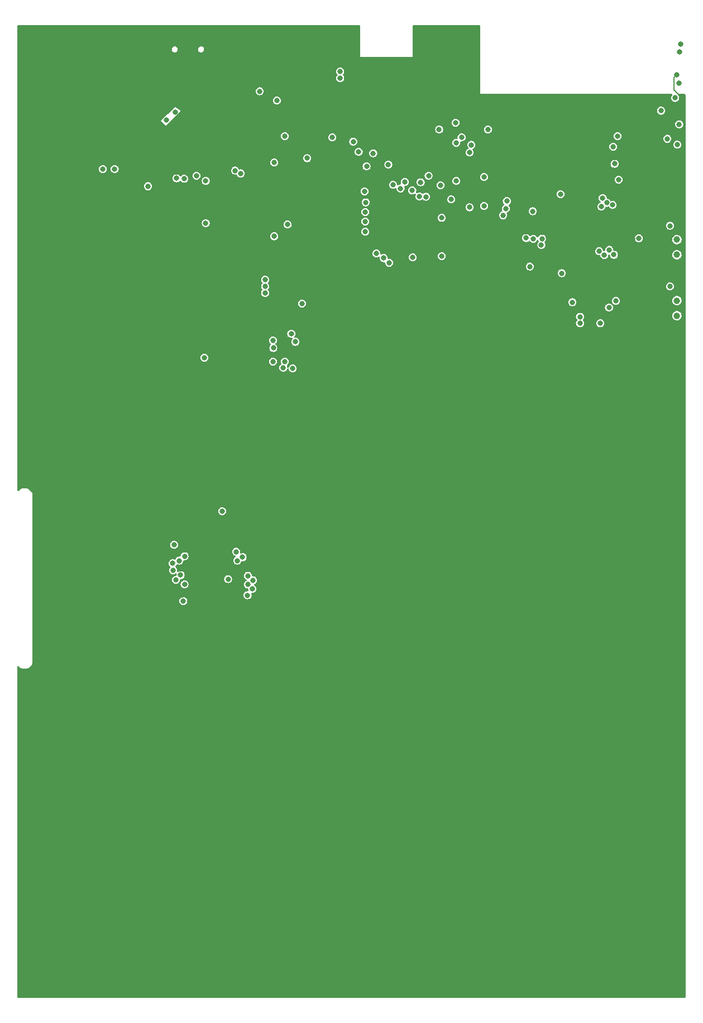
<source format=gbr>
%TF.GenerationSoftware,KiCad,Pcbnew,(5.99.0-8534-g3fcd0860c1)*%
%TF.CreationDate,2021-03-04T23:40:15+01:00*%
%TF.ProjectId,Navi_2_0,4e617669-5f32-45f3-902e-6b696361645f,rev?*%
%TF.SameCoordinates,Original*%
%TF.FileFunction,Copper,L3,Inr*%
%TF.FilePolarity,Positive*%
%FSLAX46Y46*%
G04 Gerber Fmt 4.6, Leading zero omitted, Abs format (unit mm)*
G04 Created by KiCad (PCBNEW (5.99.0-8534-g3fcd0860c1)) date 2021-03-04 23:40:15*
%MOMM*%
%LPD*%
G01*
G04 APERTURE LIST*
%TA.AperFunction,WasherPad*%
%ADD10C,1.000000*%
%TD*%
%TA.AperFunction,ViaPad*%
%ADD11C,0.800000*%
%TD*%
%TA.AperFunction,Conductor*%
%ADD12C,0.200000*%
%TD*%
G04 APERTURE END LIST*
D10*
%TO.N,*%
%TO.C,SW1*%
X138850000Y-72950000D03*
X138850000Y-75250000D03*
%TD*%
%TO.N,*%
%TO.C,SW2*%
X138850000Y-66000000D03*
X138850000Y-63700000D03*
%TD*%
D11*
%TO.N,EINK_SPI_MISO*%
X100000000Y-55000000D03*
%TO.N,I2C_DAT*%
X97600000Y-54952657D03*
%TO.N,EINK_SPI_MISO*%
X101200000Y-54000000D03*
%TO.N,I2C_DAT*%
X104600000Y-57600000D03*
%TO.N,G_INT1*%
X103000000Y-55449990D03*
X98800000Y-66400000D03*
%TO.N,I2C_DAT*%
X105400000Y-54799990D03*
%TO.N,IO27*%
X110200000Y-47000000D03*
%TO.N,UART1_RX*%
X105400000Y-49000000D03*
%TO.N,UART1_TX*%
X106200000Y-48200000D03*
%TO.N,+3V3*%
X109600000Y-54200000D03*
%TO.N,G_INT2*%
X103200000Y-60400000D03*
X103200000Y-66200033D03*
%TO.N,GND*%
X119500000Y-64500000D03*
X117850832Y-68056849D03*
X74200000Y-64169998D03*
X51000000Y-64169998D03*
X56200000Y-129800000D03*
X132100000Y-63600000D03*
X70200000Y-107600000D03*
X70200000Y-123000000D03*
X62400000Y-53200000D03*
X73600000Y-57899958D03*
X80600000Y-80200000D03*
X68800000Y-31600000D03*
X101600000Y-33200000D03*
X87676349Y-60176349D03*
X77800000Y-68600000D03*
X113200000Y-43400000D03*
X71000000Y-32400000D03*
X101600000Y-39200000D03*
X44200000Y-51200000D03*
X70200000Y-117800000D03*
X67000000Y-52800010D03*
X68400000Y-73000000D03*
X120200000Y-62800000D03*
X101600000Y-40200000D03*
X87800000Y-35200000D03*
X44400000Y-36250002D03*
X45200000Y-39000000D03*
X66250000Y-70800000D03*
X87800000Y-32100000D03*
X92700000Y-60900000D03*
X71000000Y-52800010D03*
X96800000Y-47200000D03*
X87800000Y-34200000D03*
X92700000Y-59500000D03*
X45200000Y-45800000D03*
X101600000Y-37200000D03*
X66200000Y-75200000D03*
X115000000Y-64400000D03*
X53000000Y-64169998D03*
X63930354Y-117572599D03*
X136200000Y-56600000D03*
X67200000Y-90000000D03*
X134235242Y-63585242D03*
X56400000Y-68600000D03*
X64200000Y-75000000D03*
X87800000Y-40200000D03*
X58992870Y-53200000D03*
X74581264Y-56950022D03*
X70200000Y-120400000D03*
X45500000Y-34000000D03*
X68200000Y-75000000D03*
X72200000Y-64169998D03*
X137800000Y-68200000D03*
X71000000Y-113800000D03*
X137400000Y-42400000D03*
X130400000Y-63000000D03*
X92800000Y-47200000D03*
X52000000Y-64200000D03*
X116495372Y-62253136D03*
X83800000Y-34800000D03*
X87900000Y-58800000D03*
X64200000Y-71000000D03*
X68200000Y-71000000D03*
X88400000Y-78000000D03*
X64000000Y-73000000D03*
X82599998Y-80400000D03*
X70200000Y-108800000D03*
X73200000Y-64200000D03*
X87800000Y-41200000D03*
X70200000Y-110200000D03*
X60600000Y-31600000D03*
X101600000Y-36200000D03*
X85000000Y-40600000D03*
X137800000Y-77400000D03*
X101600000Y-32000000D03*
X133600000Y-58100000D03*
X79400000Y-74600000D03*
X124200000Y-51000000D03*
X87800000Y-33200000D03*
X65400000Y-106400000D03*
X137600000Y-50800000D03*
X70200000Y-121800000D03*
X55000000Y-32800000D03*
X133350000Y-60052120D03*
X70200000Y-119200000D03*
X138821846Y-38731079D03*
X62800000Y-44400000D03*
X61434314Y-45565686D03*
%TO.N,+BATT*%
X77800000Y-63200000D03*
X77800000Y-52000000D03*
X79169591Y-83121637D03*
X77659620Y-80140380D03*
X127250000Y-76400000D03*
X124150000Y-76400000D03*
%TO.N,+3V3*%
X67200000Y-81600000D03*
X136428311Y-44150000D03*
X51800000Y-53000000D03*
X81000000Y-79200000D03*
X53600000Y-53000000D03*
X79800000Y-61400000D03*
X70800000Y-115200000D03*
X109600000Y-58600000D03*
X80374438Y-77978091D03*
X139220290Y-35192051D03*
X82000000Y-73400000D03*
X79400000Y-48000000D03*
X76400000Y-70800000D03*
X107400000Y-58800000D03*
X76400000Y-69800000D03*
X76400000Y-71800000D03*
X137400000Y-48400000D03*
X139150000Y-40000000D03*
%TO.N,EINK_VCC*%
X69893940Y-104893940D03*
X62600000Y-110000000D03*
%TO.N,Net-(J8-Pad1)*%
X75600000Y-41200000D03*
%TO.N,I2C_DAT*%
X98728703Y-56252668D03*
%TO.N,G_INT2*%
X112500000Y-60000022D03*
X137800000Y-61600000D03*
%TO.N,I2C_DAT*%
X95200000Y-67200000D03*
%TO.N,EINK_SPI_MOSI*%
X73800000Y-116027361D03*
X127378537Y-58700012D03*
X64200000Y-116000000D03*
X127850010Y-66019691D03*
%TO.N,EINK_SPI_CLK*%
X62899999Y-115306048D03*
X127059627Y-65459627D03*
X74563108Y-115377351D03*
X127600000Y-57400000D03*
%TO.N,EINK_~CS*%
X128600000Y-65250010D03*
X63600000Y-114600000D03*
X74482722Y-116687977D03*
X128211527Y-58127019D03*
%TO.N,EINK_DC*%
X73800000Y-114700000D03*
X62459378Y-113859378D03*
%TO.N,EINK_STATE*%
X128550006Y-74005603D03*
X72000000Y-111049990D03*
X123000000Y-73200000D03*
X62400000Y-112800000D03*
%TO.N,SD_DAT1*%
X112900000Y-59000000D03*
X117000000Y-59400000D03*
%TO.N,EINK_VCC_~EN*%
X77600000Y-82200000D03*
X79400000Y-82200000D03*
%TO.N,SD_VCC_nEN*%
X63000000Y-54400000D03*
X58650000Y-55599996D03*
%TO.N,GPS_VCC_nEN*%
X129400000Y-52200000D03*
X82800000Y-51350000D03*
%TO.N,UART1_RX*%
X66000000Y-54000000D03*
X107413050Y-50482450D03*
X71849712Y-53224855D03*
X99805852Y-57150010D03*
%TO.N,UART1_TX*%
X72699420Y-53649710D03*
X100800000Y-57200000D03*
X64128064Y-54471936D03*
X107688146Y-49328429D03*
%TO.N,SD_nDET*%
X121400000Y-68800000D03*
X138900000Y-49300000D03*
%TO.N,+5V*%
X124150000Y-75400000D03*
X129600000Y-73000000D03*
X67407083Y-54792917D03*
X80600000Y-83250010D03*
X67407083Y-61192917D03*
X77600000Y-79000000D03*
%TO.N,ESP_~RST*%
X137800000Y-70800000D03*
X139200000Y-46200000D03*
%TO.N,Net-(C18-Pad1)*%
X91600000Y-59500000D03*
X91600000Y-62500000D03*
X91645595Y-58045595D03*
X91600000Y-60949990D03*
X91476349Y-56376349D03*
%TO.N,EINK_SPI_MISO*%
X73749106Y-117650010D03*
X96950926Y-55936917D03*
X89774633Y-48825367D03*
X94400000Y-66500000D03*
X129300011Y-66000000D03*
X87800000Y-39200000D03*
X129105812Y-58447607D03*
X64010038Y-118519263D03*
%TO.N,EINK_EEPROM_~EN*%
X105284632Y-45965378D03*
X102800000Y-47000000D03*
X90600000Y-50400000D03*
X95807122Y-55392878D03*
X93299996Y-65800000D03*
X92800000Y-50600000D03*
%TO.N,JTAG_TCK*%
X116550820Y-67787626D03*
X118291075Y-64495937D03*
%TO.N,JTAG_TMS*%
X139400000Y-34000000D03*
X115999814Y-63459439D03*
X133075190Y-63505557D03*
X129200000Y-49600000D03*
%TO.N,JTAG_TDO*%
X121200000Y-56800000D03*
X117086355Y-63576192D03*
X118386366Y-63550010D03*
X138600000Y-42200000D03*
%TO.N,Net-(R18-Pad2)*%
X113059620Y-57859620D03*
X95093873Y-52306127D03*
X91800000Y-52600000D03*
X130000000Y-54600000D03*
%TO.N,Net-(R26-Pad2)*%
X87800000Y-38200000D03*
X86600000Y-48200000D03*
%TO.N,Net-(J2-Pad19)*%
X72995107Y-111880069D03*
X64200000Y-111724990D03*
%TO.N,Net-(J2-Pad18)*%
X63400000Y-112400000D03*
X72200000Y-112400000D03*
X63400000Y-112400000D03*
%TO.N,IO27*%
X129850000Y-48000000D03*
X78200000Y-42600000D03*
%TD*%
D12*
%TO.N,GND*%
X138421847Y-39131078D02*
X138421847Y-41021847D01*
X138821846Y-38731079D02*
X138421847Y-39131078D01*
X138421847Y-41021847D02*
X139600000Y-42200000D01*
%TD*%
%TA.AperFunction,Conductor*%
%TO.N,GND*%
G36*
X90742121Y-31170002D02*
G01*
X90788614Y-31223658D01*
X90800000Y-31276000D01*
X90800000Y-36000000D01*
X98800000Y-36000000D01*
X98800000Y-31276000D01*
X98820002Y-31207879D01*
X98873658Y-31161386D01*
X98926000Y-31150000D01*
X108874000Y-31150000D01*
X108942121Y-31170002D01*
X108988614Y-31223658D01*
X109000000Y-31276000D01*
X109000000Y-41600000D01*
X138048207Y-41600000D01*
X138116328Y-41620002D01*
X138162821Y-41673658D01*
X138172925Y-41743932D01*
X138148169Y-41802704D01*
X138080652Y-41890694D01*
X138080650Y-41890697D01*
X138075622Y-41897250D01*
X138015132Y-42043285D01*
X137994500Y-42200000D01*
X138015132Y-42356715D01*
X138075622Y-42502750D01*
X138171847Y-42628153D01*
X138297250Y-42724378D01*
X138443285Y-42784868D01*
X138600000Y-42805500D01*
X138608188Y-42804422D01*
X138748527Y-42785946D01*
X138756715Y-42784868D01*
X138902750Y-42724378D01*
X139028153Y-42628153D01*
X139124378Y-42502750D01*
X139184868Y-42356715D01*
X139205500Y-42200000D01*
X139184868Y-42043285D01*
X139124378Y-41897250D01*
X139119350Y-41890697D01*
X139119348Y-41890694D01*
X139051831Y-41802704D01*
X139026230Y-41736484D01*
X139040495Y-41666935D01*
X139090096Y-41616139D01*
X139151793Y-41600000D01*
X140024000Y-41600000D01*
X140092121Y-41620002D01*
X140138614Y-41673658D01*
X140150000Y-41726000D01*
X140150000Y-178624000D01*
X140129998Y-178692121D01*
X140076342Y-178738614D01*
X140024000Y-178750000D01*
X38976000Y-178750000D01*
X38907879Y-178729998D01*
X38861386Y-178676342D01*
X38850000Y-178624000D01*
X38850000Y-128505026D01*
X38870002Y-128436905D01*
X38923658Y-128390412D01*
X38993932Y-128380308D01*
X39058512Y-128409802D01*
X39065095Y-128415931D01*
X39171769Y-128522605D01*
X39174373Y-128525287D01*
X39181745Y-128533110D01*
X39183339Y-128534175D01*
X39184563Y-128535399D01*
X39188973Y-128538171D01*
X39188976Y-128538173D01*
X39193308Y-128540895D01*
X39196266Y-128542812D01*
X39366704Y-128656696D01*
X39369783Y-128658820D01*
X39378547Y-128665060D01*
X39380321Y-128665795D01*
X39381758Y-128666755D01*
X39386608Y-128668607D01*
X39386610Y-128668608D01*
X39391400Y-128670437D01*
X39394672Y-128671739D01*
X39584064Y-128750188D01*
X39587495Y-128751669D01*
X39592427Y-128753886D01*
X39592430Y-128753887D01*
X39597310Y-128756080D01*
X39599193Y-128756455D01*
X39600790Y-128757116D01*
X39605901Y-128757985D01*
X39605904Y-128757986D01*
X39610951Y-128758844D01*
X39614412Y-128759482D01*
X39815529Y-128799487D01*
X39819087Y-128800250D01*
X39829627Y-128802673D01*
X39831548Y-128802673D01*
X39833242Y-128803010D01*
X39838439Y-128802865D01*
X39838440Y-128802865D01*
X39842553Y-128802750D01*
X39843556Y-128802722D01*
X39847071Y-128802673D01*
X40052086Y-128802673D01*
X40055825Y-128802729D01*
X40061199Y-128802889D01*
X40061202Y-128802889D01*
X40066569Y-128803048D01*
X40068454Y-128802673D01*
X40070181Y-128802673D01*
X40075257Y-128801515D01*
X40075259Y-128801515D01*
X40080245Y-128800378D01*
X40083687Y-128799643D01*
X40284770Y-128759645D01*
X40288431Y-128758974D01*
X40293720Y-128758084D01*
X40293721Y-128758084D01*
X40299032Y-128757190D01*
X40300806Y-128756455D01*
X40302501Y-128756118D01*
X40307252Y-128753993D01*
X40307254Y-128753992D01*
X40311923Y-128751903D01*
X40315156Y-128750511D01*
X40405796Y-128712967D01*
X40504574Y-128672052D01*
X40507993Y-128670695D01*
X40518082Y-128666862D01*
X40519681Y-128665794D01*
X40521276Y-128665133D01*
X40529687Y-128659167D01*
X40532581Y-128657174D01*
X40533297Y-128656696D01*
X40703033Y-128543282D01*
X40706171Y-128541252D01*
X40710751Y-128538385D01*
X40710757Y-128538380D01*
X40715301Y-128535535D01*
X40716658Y-128534178D01*
X40718096Y-128533217D01*
X40721670Y-128529437D01*
X40721673Y-128529435D01*
X40725209Y-128525695D01*
X40727664Y-128523172D01*
X40872605Y-128378231D01*
X40875287Y-128375627D01*
X40879197Y-128371942D01*
X40883110Y-128368255D01*
X40884175Y-128366661D01*
X40885399Y-128365437D01*
X40888171Y-128361027D01*
X40888173Y-128361024D01*
X40890895Y-128356692D01*
X40892812Y-128353734D01*
X40927075Y-128302457D01*
X41006696Y-128183296D01*
X41008820Y-128180217D01*
X41011948Y-128175824D01*
X41011948Y-128175823D01*
X41015060Y-128171453D01*
X41015795Y-128169679D01*
X41016755Y-128168242D01*
X41020437Y-128158600D01*
X41021739Y-128155328D01*
X41100188Y-127965936D01*
X41101669Y-127962505D01*
X41103886Y-127957573D01*
X41103887Y-127957570D01*
X41106080Y-127952690D01*
X41106455Y-127950807D01*
X41107116Y-127949210D01*
X41108852Y-127939000D01*
X41109483Y-127935581D01*
X41147962Y-127742135D01*
X41149442Y-127735613D01*
X41152092Y-127725220D01*
X41152195Y-127720853D01*
X41153010Y-127716758D01*
X41152713Y-127706102D01*
X41152699Y-127699609D01*
X41155294Y-127590009D01*
X41155294Y-127590006D01*
X41155461Y-127582940D01*
X41152525Y-127568502D01*
X41150000Y-127543404D01*
X41150000Y-118519263D01*
X63404538Y-118519263D01*
X63425170Y-118675978D01*
X63485660Y-118822013D01*
X63581885Y-118947416D01*
X63707288Y-119043641D01*
X63853323Y-119104131D01*
X64010038Y-119124763D01*
X64018226Y-119123685D01*
X64158565Y-119105209D01*
X64166753Y-119104131D01*
X64312788Y-119043641D01*
X64438191Y-118947416D01*
X64534416Y-118822013D01*
X64594906Y-118675978D01*
X64615538Y-118519263D01*
X64594906Y-118362548D01*
X64534416Y-118216513D01*
X64438191Y-118091110D01*
X64312788Y-117994885D01*
X64166753Y-117934395D01*
X64010038Y-117913763D01*
X63853323Y-117934395D01*
X63707288Y-117994885D01*
X63581885Y-118091110D01*
X63485660Y-118216513D01*
X63425170Y-118362548D01*
X63404538Y-118519263D01*
X41150000Y-118519263D01*
X41150000Y-117650010D01*
X73143606Y-117650010D01*
X73164238Y-117806725D01*
X73224728Y-117952760D01*
X73320953Y-118078163D01*
X73446356Y-118174388D01*
X73592391Y-118234878D01*
X73749106Y-118255510D01*
X73757294Y-118254432D01*
X73897633Y-118235956D01*
X73905821Y-118234878D01*
X74051856Y-118174388D01*
X74177259Y-118078163D01*
X74273484Y-117952760D01*
X74333974Y-117806725D01*
X74354606Y-117650010D01*
X74333974Y-117493295D01*
X74321369Y-117462863D01*
X74313781Y-117392273D01*
X74345562Y-117328787D01*
X74406620Y-117292560D01*
X74454224Y-117289725D01*
X74482722Y-117293477D01*
X74490910Y-117292399D01*
X74631249Y-117273923D01*
X74639437Y-117272845D01*
X74785472Y-117212355D01*
X74910875Y-117116130D01*
X75007100Y-116990727D01*
X75067590Y-116844692D01*
X75088222Y-116687977D01*
X75067590Y-116531262D01*
X75007100Y-116385227D01*
X74910875Y-116259824D01*
X74785472Y-116163599D01*
X74777840Y-116160438D01*
X74774974Y-116158783D01*
X74725979Y-116107401D01*
X74712541Y-116037688D01*
X74738926Y-115971776D01*
X74789753Y-115933253D01*
X74802708Y-115927887D01*
X74865858Y-115901729D01*
X74991261Y-115805504D01*
X75087486Y-115680101D01*
X75147976Y-115534066D01*
X75168608Y-115377351D01*
X75147976Y-115220636D01*
X75087486Y-115074601D01*
X74991261Y-114949198D01*
X74865858Y-114852973D01*
X74719823Y-114792483D01*
X74563108Y-114771851D01*
X74542405Y-114774577D01*
X74472259Y-114763639D01*
X74419159Y-114716512D01*
X74401037Y-114666101D01*
X74385946Y-114551473D01*
X74384868Y-114543285D01*
X74324378Y-114397250D01*
X74228153Y-114271847D01*
X74102750Y-114175622D01*
X73956715Y-114115132D01*
X73800000Y-114094500D01*
X73643285Y-114115132D01*
X73497250Y-114175622D01*
X73371847Y-114271847D01*
X73275622Y-114397250D01*
X73215132Y-114543285D01*
X73194500Y-114700000D01*
X73215132Y-114856715D01*
X73275622Y-115002750D01*
X73371847Y-115128153D01*
X73497250Y-115224378D01*
X73552521Y-115247272D01*
X73607801Y-115291821D01*
X73630222Y-115359185D01*
X73612663Y-115427976D01*
X73560701Y-115476354D01*
X73552526Y-115480087D01*
X73551169Y-115480649D01*
X73504882Y-115499821D01*
X73504878Y-115499823D01*
X73497250Y-115502983D01*
X73371847Y-115599208D01*
X73275622Y-115724611D01*
X73215132Y-115870646D01*
X73194500Y-116027361D01*
X73215132Y-116184076D01*
X73275622Y-116330111D01*
X73371847Y-116455514D01*
X73497250Y-116551739D01*
X73643285Y-116612229D01*
X73714032Y-116621543D01*
X73775344Y-116629615D01*
X73840272Y-116658337D01*
X73879363Y-116717603D01*
X73883819Y-116738087D01*
X73897854Y-116844692D01*
X73901014Y-116852321D01*
X73910459Y-116875124D01*
X73918047Y-116945714D01*
X73886266Y-117009200D01*
X73825208Y-117045427D01*
X73777604Y-117048262D01*
X73749106Y-117044510D01*
X73592391Y-117065142D01*
X73446356Y-117125632D01*
X73320953Y-117221857D01*
X73224728Y-117347260D01*
X73164238Y-117493295D01*
X73143606Y-117650010D01*
X41150000Y-117650010D01*
X41150000Y-116000000D01*
X63594500Y-116000000D01*
X63615132Y-116156715D01*
X63675622Y-116302750D01*
X63771847Y-116428153D01*
X63897250Y-116524378D01*
X64043285Y-116584868D01*
X64200000Y-116605500D01*
X64208188Y-116604422D01*
X64348527Y-116585946D01*
X64356715Y-116584868D01*
X64502750Y-116524378D01*
X64628153Y-116428153D01*
X64724378Y-116302750D01*
X64784868Y-116156715D01*
X64805500Y-116000000D01*
X64784868Y-115843285D01*
X64724378Y-115697250D01*
X64628153Y-115571847D01*
X64502750Y-115475622D01*
X64356715Y-115415132D01*
X64200000Y-115394500D01*
X64043285Y-115415132D01*
X63897250Y-115475622D01*
X63771847Y-115571847D01*
X63675622Y-115697250D01*
X63615132Y-115843285D01*
X63594500Y-116000000D01*
X41150000Y-116000000D01*
X41150000Y-112800000D01*
X61794500Y-112800000D01*
X61815132Y-112956715D01*
X61875622Y-113102750D01*
X61971847Y-113228153D01*
X61978393Y-113233176D01*
X61978394Y-113233177D01*
X62007334Y-113255384D01*
X62049201Y-113312723D01*
X62053422Y-113383594D01*
X62030592Y-113432050D01*
X61935000Y-113556628D01*
X61874510Y-113702663D01*
X61853878Y-113859378D01*
X61874510Y-114016093D01*
X61935000Y-114162128D01*
X62031225Y-114287531D01*
X62156628Y-114383756D01*
X62302663Y-114444246D01*
X62459378Y-114464878D01*
X62467566Y-114463800D01*
X62607905Y-114445324D01*
X62616093Y-114444246D01*
X62762128Y-114383756D01*
X62768679Y-114378729D01*
X62768683Y-114378727D01*
X62810951Y-114346294D01*
X62877171Y-114320694D01*
X62946720Y-114334959D01*
X62997516Y-114384561D01*
X63013431Y-114453750D01*
X63012578Y-114462688D01*
X63001967Y-114543285D01*
X62995316Y-114593805D01*
X62966593Y-114658732D01*
X62907328Y-114697823D01*
X62886841Y-114702280D01*
X62751472Y-114720102D01*
X62743284Y-114721180D01*
X62597249Y-114781670D01*
X62471846Y-114877895D01*
X62375621Y-115003298D01*
X62315131Y-115149333D01*
X62314053Y-115157521D01*
X62308461Y-115200000D01*
X62294499Y-115306048D01*
X62315131Y-115462763D01*
X62375621Y-115608798D01*
X62380648Y-115615349D01*
X62464309Y-115724378D01*
X62471846Y-115734201D01*
X62597249Y-115830426D01*
X62743284Y-115890916D01*
X62899999Y-115911548D01*
X62908187Y-115910470D01*
X63048526Y-115891994D01*
X63056714Y-115890916D01*
X63202749Y-115830426D01*
X63328152Y-115734201D01*
X63335690Y-115724378D01*
X63419350Y-115615349D01*
X63424377Y-115608798D01*
X63484867Y-115462763D01*
X63504683Y-115312243D01*
X63533405Y-115247317D01*
X63592670Y-115208225D01*
X63613158Y-115203768D01*
X63641778Y-115200000D01*
X70194500Y-115200000D01*
X70195578Y-115208188D01*
X70209540Y-115314236D01*
X70215132Y-115356715D01*
X70275622Y-115502750D01*
X70371847Y-115628153D01*
X70497250Y-115724378D01*
X70643285Y-115784868D01*
X70800000Y-115805500D01*
X70808188Y-115804422D01*
X70948527Y-115785946D01*
X70956715Y-115784868D01*
X71102750Y-115724378D01*
X71228153Y-115628153D01*
X71324378Y-115502750D01*
X71384868Y-115356715D01*
X71390461Y-115314236D01*
X71404422Y-115208188D01*
X71405500Y-115200000D01*
X71384868Y-115043285D01*
X71324378Y-114897250D01*
X71254903Y-114806708D01*
X71233176Y-114778393D01*
X71228153Y-114771847D01*
X71102750Y-114675622D01*
X70956715Y-114615132D01*
X70800000Y-114594500D01*
X70643285Y-114615132D01*
X70497250Y-114675622D01*
X70371847Y-114771847D01*
X70366824Y-114778393D01*
X70345097Y-114806708D01*
X70275622Y-114897250D01*
X70215132Y-115043285D01*
X70194500Y-115200000D01*
X63641778Y-115200000D01*
X63748527Y-115185946D01*
X63756715Y-115184868D01*
X63902750Y-115124378D01*
X64028153Y-115028153D01*
X64124378Y-114902750D01*
X64184868Y-114756715D01*
X64205500Y-114600000D01*
X64184868Y-114443285D01*
X64124378Y-114297250D01*
X64028153Y-114171847D01*
X63902750Y-114075622D01*
X63756715Y-114015132D01*
X63600000Y-113994500D01*
X63443285Y-114015132D01*
X63297250Y-114075622D01*
X63290699Y-114080649D01*
X63290695Y-114080651D01*
X63248427Y-114113084D01*
X63182207Y-114138684D01*
X63112658Y-114124419D01*
X63061862Y-114074817D01*
X63045947Y-114005628D01*
X63046800Y-113996690D01*
X63064878Y-113859378D01*
X63044246Y-113702663D01*
X62983756Y-113556628D01*
X62887531Y-113431225D01*
X62880984Y-113426201D01*
X62852044Y-113403994D01*
X62810177Y-113346655D01*
X62805956Y-113275784D01*
X62828786Y-113227328D01*
X62919351Y-113109301D01*
X62924378Y-113102750D01*
X62964541Y-113005789D01*
X63009088Y-112950509D01*
X63076452Y-112928088D01*
X63129167Y-112937599D01*
X63235655Y-112981708D01*
X63235658Y-112981709D01*
X63243285Y-112984868D01*
X63400000Y-113005500D01*
X63408188Y-113004422D01*
X63548527Y-112985946D01*
X63556715Y-112984868D01*
X63702750Y-112924378D01*
X63828153Y-112828153D01*
X63924378Y-112702750D01*
X63984868Y-112556715D01*
X64001363Y-112431425D01*
X64030086Y-112366498D01*
X64089351Y-112327407D01*
X64142730Y-112322950D01*
X64200000Y-112330490D01*
X64208188Y-112329412D01*
X64223418Y-112327407D01*
X64356715Y-112309858D01*
X64502750Y-112249368D01*
X64628153Y-112153143D01*
X64724378Y-112027740D01*
X64784868Y-111881705D01*
X64805500Y-111724990D01*
X64784868Y-111568275D01*
X64724378Y-111422240D01*
X64628153Y-111296837D01*
X64502750Y-111200612D01*
X64356715Y-111140122D01*
X64200000Y-111119490D01*
X64043285Y-111140122D01*
X63897250Y-111200612D01*
X63771847Y-111296837D01*
X63675622Y-111422240D01*
X63615132Y-111568275D01*
X63614054Y-111576463D01*
X63598637Y-111693565D01*
X63569914Y-111758492D01*
X63510649Y-111797583D01*
X63457270Y-111802040D01*
X63400000Y-111794500D01*
X63243285Y-111815132D01*
X63097250Y-111875622D01*
X62971847Y-111971847D01*
X62875622Y-112097250D01*
X62835460Y-112194210D01*
X62790912Y-112249491D01*
X62723548Y-112271912D01*
X62670833Y-112262401D01*
X62564345Y-112218292D01*
X62564342Y-112218291D01*
X62556715Y-112215132D01*
X62400000Y-112194500D01*
X62243285Y-112215132D01*
X62097250Y-112275622D01*
X61971847Y-112371847D01*
X61966824Y-112378393D01*
X61950244Y-112400000D01*
X61875622Y-112497250D01*
X61815132Y-112643285D01*
X61794500Y-112800000D01*
X41150000Y-112800000D01*
X41150000Y-111049990D01*
X71394500Y-111049990D01*
X71415132Y-111206705D01*
X71475622Y-111352740D01*
X71571847Y-111478143D01*
X71697250Y-111574368D01*
X71843285Y-111634858D01*
X71851473Y-111635936D01*
X71860558Y-111637132D01*
X71925485Y-111665855D01*
X71964576Y-111725120D01*
X71965421Y-111796112D01*
X71927750Y-111856290D01*
X71907110Y-111871174D01*
X71904880Y-111872462D01*
X71897250Y-111875622D01*
X71771847Y-111971847D01*
X71675622Y-112097250D01*
X71615132Y-112243285D01*
X71594500Y-112400000D01*
X71615132Y-112556715D01*
X71675622Y-112702750D01*
X71771847Y-112828153D01*
X71897250Y-112924378D01*
X72043285Y-112984868D01*
X72200000Y-113005500D01*
X72208188Y-113004422D01*
X72348527Y-112985946D01*
X72356715Y-112984868D01*
X72502750Y-112924378D01*
X72628153Y-112828153D01*
X72724378Y-112702750D01*
X72784868Y-112556715D01*
X72787015Y-112557604D01*
X72817715Y-112507232D01*
X72881573Y-112476207D01*
X72918921Y-112475539D01*
X72986919Y-112484491D01*
X72995107Y-112485569D01*
X73003295Y-112484491D01*
X73143634Y-112466015D01*
X73151822Y-112464937D01*
X73297857Y-112404447D01*
X73423260Y-112308222D01*
X73444418Y-112280649D01*
X73468420Y-112249368D01*
X73519485Y-112182819D01*
X73579975Y-112036784D01*
X73600607Y-111880069D01*
X73579975Y-111723354D01*
X73519485Y-111577319D01*
X73423260Y-111451916D01*
X73297857Y-111355691D01*
X73151822Y-111295201D01*
X72995107Y-111274569D01*
X72838392Y-111295201D01*
X72830765Y-111298360D01*
X72830762Y-111298361D01*
X72759548Y-111327859D01*
X72688958Y-111335448D01*
X72625471Y-111303668D01*
X72589244Y-111242610D01*
X72586408Y-111195006D01*
X72605500Y-111049990D01*
X72584868Y-110893275D01*
X72524378Y-110747240D01*
X72428153Y-110621837D01*
X72302750Y-110525612D01*
X72156715Y-110465122D01*
X72000000Y-110444490D01*
X71843285Y-110465122D01*
X71697250Y-110525612D01*
X71571847Y-110621837D01*
X71475622Y-110747240D01*
X71415132Y-110893275D01*
X71394500Y-111049990D01*
X41150000Y-111049990D01*
X41150000Y-110000000D01*
X61994500Y-110000000D01*
X62015132Y-110156715D01*
X62075622Y-110302750D01*
X62171847Y-110428153D01*
X62297250Y-110524378D01*
X62443285Y-110584868D01*
X62600000Y-110605500D01*
X62608188Y-110604422D01*
X62748527Y-110585946D01*
X62756715Y-110584868D01*
X62902750Y-110524378D01*
X63028153Y-110428153D01*
X63124378Y-110302750D01*
X63184868Y-110156715D01*
X63205500Y-110000000D01*
X63184868Y-109843285D01*
X63124378Y-109697250D01*
X63028153Y-109571847D01*
X62902750Y-109475622D01*
X62756715Y-109415132D01*
X62600000Y-109394500D01*
X62443285Y-109415132D01*
X62297250Y-109475622D01*
X62171847Y-109571847D01*
X62075622Y-109697250D01*
X62015132Y-109843285D01*
X61994500Y-110000000D01*
X41150000Y-110000000D01*
X41150000Y-104893940D01*
X69288440Y-104893940D01*
X69309072Y-105050655D01*
X69369562Y-105196690D01*
X69465787Y-105322093D01*
X69591190Y-105418318D01*
X69737225Y-105478808D01*
X69893940Y-105499440D01*
X69902128Y-105498362D01*
X70042467Y-105479886D01*
X70050655Y-105478808D01*
X70196690Y-105418318D01*
X70322093Y-105322093D01*
X70418318Y-105196690D01*
X70478808Y-105050655D01*
X70499440Y-104893940D01*
X70478808Y-104737225D01*
X70418318Y-104591190D01*
X70322093Y-104465787D01*
X70196690Y-104369562D01*
X70050655Y-104309072D01*
X69893940Y-104288440D01*
X69737225Y-104309072D01*
X69591190Y-104369562D01*
X69465787Y-104465787D01*
X69369562Y-104591190D01*
X69309072Y-104737225D01*
X69288440Y-104893940D01*
X41150000Y-104893940D01*
X41150000Y-102656685D01*
X41152569Y-102631373D01*
X41155466Y-102617252D01*
X41152709Y-102500834D01*
X41152730Y-102494116D01*
X41152836Y-102490556D01*
X41153048Y-102483430D01*
X41152196Y-102479146D01*
X41152097Y-102474972D01*
X41149484Y-102464650D01*
X41148051Y-102458309D01*
X41109650Y-102265258D01*
X41108974Y-102261575D01*
X41108083Y-102256277D01*
X41107190Y-102250968D01*
X41106455Y-102249194D01*
X41106118Y-102247499D01*
X41101900Y-102238070D01*
X41100525Y-102234879D01*
X41022050Y-102045424D01*
X41020670Y-102041947D01*
X41018771Y-102036947D01*
X41016861Y-102031918D01*
X41015795Y-102030323D01*
X41015133Y-102028724D01*
X41012116Y-102024471D01*
X41012113Y-102024465D01*
X41009134Y-102020266D01*
X41007140Y-102017370D01*
X40893267Y-101846945D01*
X40891258Y-101843840D01*
X40888389Y-101839258D01*
X40885535Y-101834699D01*
X40884177Y-101833341D01*
X40883217Y-101831904D01*
X40879437Y-101828329D01*
X40879435Y-101828327D01*
X40875692Y-101824788D01*
X40873170Y-101822334D01*
X40728231Y-101677395D01*
X40725627Y-101674713D01*
X40721942Y-101670803D01*
X40718255Y-101666890D01*
X40716661Y-101665825D01*
X40715437Y-101664601D01*
X40711027Y-101661829D01*
X40711024Y-101661827D01*
X40706692Y-101659105D01*
X40703734Y-101657188D01*
X40533299Y-101543306D01*
X40530240Y-101541196D01*
X40521454Y-101534940D01*
X40519677Y-101534204D01*
X40518242Y-101533245D01*
X40508612Y-101529567D01*
X40505345Y-101528267D01*
X40315925Y-101449807D01*
X40312497Y-101448327D01*
X40307570Y-101446113D01*
X40302690Y-101443920D01*
X40300807Y-101443545D01*
X40299210Y-101442884D01*
X40294103Y-101442016D01*
X40294098Y-101442014D01*
X40289049Y-101441156D01*
X40285588Y-101440518D01*
X40255342Y-101434502D01*
X40084471Y-101400513D01*
X40080913Y-101399750D01*
X40070373Y-101397327D01*
X40068452Y-101397327D01*
X40066758Y-101396990D01*
X40061561Y-101397135D01*
X40061560Y-101397135D01*
X40057447Y-101397250D01*
X40056444Y-101397278D01*
X40052929Y-101397327D01*
X39847913Y-101397327D01*
X39844174Y-101397271D01*
X39844131Y-101397270D01*
X39833430Y-101396952D01*
X39831545Y-101397327D01*
X39829819Y-101397327D01*
X39819731Y-101399629D01*
X39816364Y-101400347D01*
X39615246Y-101440352D01*
X39611574Y-101441026D01*
X39609712Y-101441339D01*
X39600968Y-101442810D01*
X39599194Y-101443545D01*
X39597499Y-101443882D01*
X39592748Y-101446007D01*
X39592746Y-101446008D01*
X39590035Y-101447221D01*
X39588070Y-101448100D01*
X39584879Y-101449475D01*
X39406184Y-101523493D01*
X39395424Y-101527950D01*
X39391968Y-101529322D01*
X39381918Y-101533139D01*
X39380323Y-101534205D01*
X39378724Y-101534867D01*
X39374471Y-101537884D01*
X39374465Y-101537887D01*
X39370266Y-101540866D01*
X39367391Y-101542846D01*
X39196945Y-101656733D01*
X39193843Y-101658740D01*
X39184699Y-101664465D01*
X39183341Y-101665823D01*
X39181904Y-101666783D01*
X39178329Y-101670563D01*
X39178327Y-101670565D01*
X39174788Y-101674308D01*
X39172334Y-101676830D01*
X39065095Y-101784069D01*
X39002783Y-101818095D01*
X38931968Y-101813030D01*
X38875132Y-101770483D01*
X38850321Y-101703963D01*
X38850000Y-101694974D01*
X38850000Y-83121637D01*
X78564091Y-83121637D01*
X78584723Y-83278352D01*
X78645213Y-83424387D01*
X78741438Y-83549790D01*
X78866841Y-83646015D01*
X79012876Y-83706505D01*
X79169591Y-83727137D01*
X79177779Y-83726059D01*
X79318118Y-83707583D01*
X79326306Y-83706505D01*
X79472341Y-83646015D01*
X79597744Y-83549790D01*
X79693969Y-83424387D01*
X79754459Y-83278352D01*
X79754858Y-83275323D01*
X79790556Y-83216758D01*
X79854417Y-83185737D01*
X79924911Y-83194167D01*
X79979658Y-83239370D01*
X80000232Y-83293546D01*
X80015132Y-83406725D01*
X80075622Y-83552760D01*
X80171847Y-83678163D01*
X80297250Y-83774388D01*
X80443285Y-83834878D01*
X80600000Y-83855510D01*
X80608188Y-83854432D01*
X80748527Y-83835956D01*
X80756715Y-83834878D01*
X80902750Y-83774388D01*
X81028153Y-83678163D01*
X81124378Y-83552760D01*
X81184868Y-83406725D01*
X81205500Y-83250010D01*
X81184868Y-83093295D01*
X81124378Y-82947260D01*
X81054903Y-82856718D01*
X81033176Y-82828403D01*
X81028153Y-82821857D01*
X80902750Y-82725632D01*
X80756715Y-82665142D01*
X80600000Y-82644510D01*
X80443285Y-82665142D01*
X80297250Y-82725632D01*
X80171847Y-82821857D01*
X80166824Y-82828403D01*
X80145097Y-82856718D01*
X80075622Y-82947260D01*
X80015132Y-83093295D01*
X80014733Y-83096324D01*
X79979035Y-83154889D01*
X79915174Y-83185910D01*
X79844680Y-83177480D01*
X79789933Y-83132277D01*
X79769359Y-83078100D01*
X79755537Y-82973110D01*
X79754459Y-82964922D01*
X79750304Y-82954890D01*
X79703381Y-82841608D01*
X79695792Y-82771018D01*
X79727571Y-82707531D01*
X79743086Y-82693427D01*
X79821607Y-82633176D01*
X79828153Y-82628153D01*
X79924378Y-82502750D01*
X79984868Y-82356715D01*
X80005500Y-82200000D01*
X79984868Y-82043285D01*
X79924378Y-81897250D01*
X79828153Y-81771847D01*
X79702750Y-81675622D01*
X79556715Y-81615132D01*
X79400000Y-81594500D01*
X79243285Y-81615132D01*
X79097250Y-81675622D01*
X78971847Y-81771847D01*
X78875622Y-81897250D01*
X78815132Y-82043285D01*
X78794500Y-82200000D01*
X78815132Y-82356715D01*
X78818291Y-82364342D01*
X78818292Y-82364345D01*
X78866210Y-82480029D01*
X78873799Y-82550619D01*
X78842020Y-82614106D01*
X78826506Y-82628209D01*
X78741438Y-82693484D01*
X78645213Y-82818887D01*
X78584723Y-82964922D01*
X78564091Y-83121637D01*
X38850000Y-83121637D01*
X38850000Y-81600000D01*
X66594500Y-81600000D01*
X66615132Y-81756715D01*
X66675622Y-81902750D01*
X66771847Y-82028153D01*
X66897250Y-82124378D01*
X67043285Y-82184868D01*
X67200000Y-82205500D01*
X67208188Y-82204422D01*
X67241776Y-82200000D01*
X76994500Y-82200000D01*
X77015132Y-82356715D01*
X77075622Y-82502750D01*
X77171847Y-82628153D01*
X77297250Y-82724378D01*
X77443285Y-82784868D01*
X77600000Y-82805500D01*
X77608188Y-82804422D01*
X77748527Y-82785946D01*
X77756715Y-82784868D01*
X77902750Y-82724378D01*
X78028153Y-82628153D01*
X78124378Y-82502750D01*
X78184868Y-82356715D01*
X78205500Y-82200000D01*
X78184868Y-82043285D01*
X78124378Y-81897250D01*
X78028153Y-81771847D01*
X77902750Y-81675622D01*
X77756715Y-81615132D01*
X77600000Y-81594500D01*
X77443285Y-81615132D01*
X77297250Y-81675622D01*
X77171847Y-81771847D01*
X77075622Y-81897250D01*
X77015132Y-82043285D01*
X76994500Y-82200000D01*
X67241776Y-82200000D01*
X67348527Y-82185946D01*
X67356715Y-82184868D01*
X67502750Y-82124378D01*
X67628153Y-82028153D01*
X67724378Y-81902750D01*
X67784868Y-81756715D01*
X67805500Y-81600000D01*
X67784868Y-81443285D01*
X67724378Y-81297250D01*
X67628153Y-81171847D01*
X67502750Y-81075622D01*
X67356715Y-81015132D01*
X67200000Y-80994500D01*
X67043285Y-81015132D01*
X66897250Y-81075622D01*
X66771847Y-81171847D01*
X66675622Y-81297250D01*
X66615132Y-81443285D01*
X66594500Y-81600000D01*
X38850000Y-81600000D01*
X38850000Y-79000000D01*
X76994500Y-79000000D01*
X77015132Y-79156715D01*
X77075622Y-79302750D01*
X77171847Y-79428153D01*
X77178393Y-79433176D01*
X77256489Y-79493101D01*
X77298356Y-79550439D01*
X77302578Y-79621310D01*
X77267814Y-79683213D01*
X77256489Y-79693027D01*
X77231467Y-79712227D01*
X77226444Y-79718773D01*
X77222143Y-79724378D01*
X77135242Y-79837630D01*
X77074752Y-79983665D01*
X77054120Y-80140380D01*
X77074752Y-80297095D01*
X77135242Y-80443130D01*
X77231467Y-80568533D01*
X77356870Y-80664758D01*
X77502905Y-80725248D01*
X77659620Y-80745880D01*
X77667808Y-80744802D01*
X77808147Y-80726326D01*
X77816335Y-80725248D01*
X77962370Y-80664758D01*
X78087773Y-80568533D01*
X78183998Y-80443130D01*
X78244488Y-80297095D01*
X78265120Y-80140380D01*
X78244488Y-79983665D01*
X78183998Y-79837630D01*
X78097097Y-79724378D01*
X78092796Y-79718773D01*
X78087773Y-79712227D01*
X78003131Y-79647279D01*
X77961264Y-79589941D01*
X77957042Y-79519070D01*
X77991806Y-79457167D01*
X78003131Y-79447353D01*
X78021607Y-79433176D01*
X78028153Y-79428153D01*
X78124378Y-79302750D01*
X78184868Y-79156715D01*
X78205500Y-79000000D01*
X78184868Y-78843285D01*
X78124378Y-78697250D01*
X78037609Y-78584170D01*
X78033176Y-78578393D01*
X78028153Y-78571847D01*
X77902750Y-78475622D01*
X77756715Y-78415132D01*
X77600000Y-78394500D01*
X77443285Y-78415132D01*
X77297250Y-78475622D01*
X77171847Y-78571847D01*
X77166824Y-78578393D01*
X77162391Y-78584170D01*
X77075622Y-78697250D01*
X77015132Y-78843285D01*
X76994500Y-79000000D01*
X38850000Y-79000000D01*
X38850000Y-77978091D01*
X79768938Y-77978091D01*
X79789570Y-78134806D01*
X79850060Y-78280841D01*
X79855087Y-78287392D01*
X79937274Y-78394500D01*
X79946285Y-78406244D01*
X80071688Y-78502469D01*
X80217723Y-78562959D01*
X80374438Y-78583591D01*
X80453128Y-78573231D01*
X80523276Y-78584170D01*
X80576375Y-78631298D01*
X80595565Y-78699652D01*
X80574754Y-78767530D01*
X80569537Y-78774857D01*
X80475622Y-78897250D01*
X80415132Y-79043285D01*
X80394500Y-79200000D01*
X80415132Y-79356715D01*
X80475622Y-79502750D01*
X80571847Y-79628153D01*
X80578393Y-79633176D01*
X80606708Y-79654903D01*
X80697250Y-79724378D01*
X80843285Y-79784868D01*
X81000000Y-79805500D01*
X81008188Y-79804422D01*
X81148527Y-79785946D01*
X81156715Y-79784868D01*
X81302750Y-79724378D01*
X81393292Y-79654903D01*
X81421607Y-79633176D01*
X81428153Y-79628153D01*
X81524378Y-79502750D01*
X81584868Y-79356715D01*
X81605500Y-79200000D01*
X81584868Y-79043285D01*
X81524378Y-78897250D01*
X81428153Y-78771847D01*
X81302750Y-78675622D01*
X81156715Y-78615132D01*
X81000000Y-78594500D01*
X80921310Y-78604860D01*
X80851162Y-78593921D01*
X80798063Y-78546793D01*
X80778873Y-78478439D01*
X80799684Y-78410561D01*
X80804901Y-78403234D01*
X80893789Y-78287392D01*
X80898816Y-78280841D01*
X80959306Y-78134806D01*
X80979938Y-77978091D01*
X80959306Y-77821376D01*
X80898816Y-77675341D01*
X80802591Y-77549938D01*
X80677188Y-77453713D01*
X80531153Y-77393223D01*
X80374438Y-77372591D01*
X80217723Y-77393223D01*
X80071688Y-77453713D01*
X79946285Y-77549938D01*
X79850060Y-77675341D01*
X79789570Y-77821376D01*
X79768938Y-77978091D01*
X38850000Y-77978091D01*
X38850000Y-75400000D01*
X123544500Y-75400000D01*
X123565132Y-75556715D01*
X123625622Y-75702750D01*
X123630649Y-75709301D01*
X123718120Y-75823296D01*
X123743720Y-75889516D01*
X123729455Y-75959065D01*
X123718120Y-75976704D01*
X123625622Y-76097250D01*
X123565132Y-76243285D01*
X123544500Y-76400000D01*
X123565132Y-76556715D01*
X123625622Y-76702750D01*
X123721847Y-76828153D01*
X123847250Y-76924378D01*
X123993285Y-76984868D01*
X124150000Y-77005500D01*
X124158188Y-77004422D01*
X124298527Y-76985946D01*
X124306715Y-76984868D01*
X124452750Y-76924378D01*
X124578153Y-76828153D01*
X124674378Y-76702750D01*
X124734868Y-76556715D01*
X124755500Y-76400000D01*
X126644500Y-76400000D01*
X126665132Y-76556715D01*
X126725622Y-76702750D01*
X126821847Y-76828153D01*
X126947250Y-76924378D01*
X127093285Y-76984868D01*
X127250000Y-77005500D01*
X127258188Y-77004422D01*
X127398527Y-76985946D01*
X127406715Y-76984868D01*
X127552750Y-76924378D01*
X127678153Y-76828153D01*
X127774378Y-76702750D01*
X127834868Y-76556715D01*
X127855500Y-76400000D01*
X127834868Y-76243285D01*
X127774378Y-76097250D01*
X127678153Y-75971847D01*
X127552750Y-75875622D01*
X127406715Y-75815132D01*
X127250000Y-75794500D01*
X127093285Y-75815132D01*
X126947250Y-75875622D01*
X126821847Y-75971847D01*
X126725622Y-76097250D01*
X126665132Y-76243285D01*
X126644500Y-76400000D01*
X124755500Y-76400000D01*
X124734868Y-76243285D01*
X124674378Y-76097250D01*
X124581880Y-75976704D01*
X124556280Y-75910484D01*
X124570545Y-75840935D01*
X124581880Y-75823296D01*
X124669351Y-75709301D01*
X124674378Y-75702750D01*
X124734868Y-75556715D01*
X124755500Y-75400000D01*
X124734868Y-75243285D01*
X124734589Y-75242612D01*
X138144539Y-75242612D01*
X138163140Y-75411102D01*
X138221395Y-75570290D01*
X138225631Y-75576593D01*
X138225631Y-75576594D01*
X138234557Y-75589877D01*
X138315940Y-75710988D01*
X138441317Y-75825073D01*
X138590288Y-75905957D01*
X138754253Y-75948973D01*
X138842481Y-75950359D01*
X138916147Y-75951516D01*
X138916150Y-75951516D01*
X138923745Y-75951635D01*
X138982841Y-75938100D01*
X139081577Y-75915487D01*
X139081581Y-75915486D01*
X139088980Y-75913791D01*
X139240418Y-75837626D01*
X139369316Y-75727536D01*
X139468234Y-75589877D01*
X139531461Y-75432597D01*
X139555345Y-75264775D01*
X139555500Y-75250000D01*
X139535135Y-75081715D01*
X139532427Y-75074549D01*
X139477902Y-74930250D01*
X139477901Y-74930248D01*
X139475217Y-74923145D01*
X139470918Y-74916890D01*
X139470916Y-74916886D01*
X139383505Y-74789703D01*
X139383504Y-74789701D01*
X139379203Y-74783444D01*
X139252638Y-74670679D01*
X139102829Y-74591359D01*
X138938423Y-74550063D01*
X138930825Y-74550023D01*
X138930823Y-74550023D01*
X138857792Y-74549641D01*
X138768912Y-74549176D01*
X138761533Y-74550948D01*
X138761529Y-74550948D01*
X138611461Y-74586976D01*
X138611457Y-74586977D01*
X138604082Y-74588748D01*
X138453450Y-74666495D01*
X138325711Y-74777928D01*
X138228240Y-74916615D01*
X138166665Y-75074549D01*
X138144539Y-75242612D01*
X124734589Y-75242612D01*
X124674378Y-75097250D01*
X124578153Y-74971847D01*
X124452750Y-74875622D01*
X124306715Y-74815132D01*
X124150000Y-74794500D01*
X123993285Y-74815132D01*
X123847250Y-74875622D01*
X123721847Y-74971847D01*
X123625622Y-75097250D01*
X123565132Y-75243285D01*
X123544500Y-75400000D01*
X38850000Y-75400000D01*
X38850000Y-74005603D01*
X127944506Y-74005603D01*
X127965138Y-74162318D01*
X128025628Y-74308353D01*
X128121853Y-74433756D01*
X128247256Y-74529981D01*
X128393291Y-74590471D01*
X128550006Y-74611103D01*
X128558194Y-74610025D01*
X128698533Y-74591549D01*
X128706721Y-74590471D01*
X128852756Y-74529981D01*
X128978159Y-74433756D01*
X129074384Y-74308353D01*
X129134874Y-74162318D01*
X129155506Y-74005603D01*
X129134874Y-73848888D01*
X129074384Y-73702853D01*
X129069356Y-73696300D01*
X129069354Y-73696297D01*
X129004861Y-73612248D01*
X128991916Y-73578763D01*
X128968479Y-73570022D01*
X128859307Y-73486252D01*
X128852756Y-73481225D01*
X128706721Y-73420735D01*
X128550006Y-73400103D01*
X128393291Y-73420735D01*
X128247256Y-73481225D01*
X128121853Y-73577450D01*
X128116830Y-73583996D01*
X128099979Y-73605957D01*
X128025628Y-73702853D01*
X127965138Y-73848888D01*
X127944506Y-74005603D01*
X38850000Y-74005603D01*
X38850000Y-73400000D01*
X81394500Y-73400000D01*
X81415132Y-73556715D01*
X81475622Y-73702750D01*
X81571847Y-73828153D01*
X81697250Y-73924378D01*
X81843285Y-73984868D01*
X82000000Y-74005500D01*
X82008188Y-74004422D01*
X82148527Y-73985946D01*
X82156715Y-73984868D01*
X82302750Y-73924378D01*
X82428153Y-73828153D01*
X82524378Y-73702750D01*
X82584868Y-73556715D01*
X82605500Y-73400000D01*
X82584868Y-73243285D01*
X82566939Y-73200000D01*
X122394500Y-73200000D01*
X122415132Y-73356715D01*
X122475622Y-73502750D01*
X122571847Y-73628153D01*
X122697250Y-73724378D01*
X122843285Y-73784868D01*
X123000000Y-73805500D01*
X123008188Y-73804422D01*
X123148527Y-73785946D01*
X123156715Y-73784868D01*
X123302750Y-73724378D01*
X123428153Y-73628153D01*
X123524378Y-73502750D01*
X123584868Y-73356715D01*
X123605500Y-73200000D01*
X123584868Y-73043285D01*
X123566939Y-73000000D01*
X128994500Y-73000000D01*
X129015132Y-73156715D01*
X129075622Y-73302750D01*
X129080649Y-73309301D01*
X129080652Y-73309306D01*
X129145145Y-73393355D01*
X129158090Y-73426840D01*
X129181528Y-73435581D01*
X129297250Y-73524378D01*
X129443285Y-73584868D01*
X129600000Y-73605500D01*
X129608188Y-73604422D01*
X129748527Y-73585946D01*
X129756715Y-73584868D01*
X129902750Y-73524378D01*
X130028153Y-73428153D01*
X130049677Y-73400103D01*
X130119351Y-73309301D01*
X130124378Y-73302750D01*
X130184868Y-73156715D01*
X130205500Y-73000000D01*
X130197945Y-72942612D01*
X138144539Y-72942612D01*
X138163140Y-73111102D01*
X138165750Y-73118233D01*
X138208721Y-73235656D01*
X138221395Y-73270290D01*
X138225631Y-73276593D01*
X138225631Y-73276594D01*
X138234557Y-73289877D01*
X138315940Y-73410988D01*
X138441317Y-73525073D01*
X138590288Y-73605957D01*
X138754253Y-73648973D01*
X138842481Y-73650359D01*
X138916147Y-73651516D01*
X138916150Y-73651516D01*
X138923745Y-73651635D01*
X139004341Y-73633176D01*
X139081577Y-73615487D01*
X139081581Y-73615486D01*
X139088980Y-73613791D01*
X139240418Y-73537626D01*
X139359897Y-73435581D01*
X139363544Y-73432466D01*
X139363545Y-73432465D01*
X139369316Y-73427536D01*
X139468234Y-73289877D01*
X139504365Y-73200000D01*
X139528626Y-73139650D01*
X139528627Y-73139648D01*
X139531461Y-73132597D01*
X139555345Y-72964775D01*
X139555500Y-72950000D01*
X139550040Y-72904880D01*
X139536048Y-72789258D01*
X139536048Y-72789257D01*
X139535135Y-72781715D01*
X139531406Y-72771847D01*
X139477902Y-72630250D01*
X139477901Y-72630248D01*
X139475217Y-72623145D01*
X139470918Y-72616890D01*
X139470916Y-72616886D01*
X139383505Y-72489703D01*
X139383504Y-72489701D01*
X139379203Y-72483444D01*
X139252638Y-72370679D01*
X139102829Y-72291359D01*
X138938423Y-72250063D01*
X138930825Y-72250023D01*
X138930823Y-72250023D01*
X138857792Y-72249641D01*
X138768912Y-72249176D01*
X138761533Y-72250948D01*
X138761529Y-72250948D01*
X138611461Y-72286976D01*
X138611457Y-72286977D01*
X138604082Y-72288748D01*
X138453450Y-72366495D01*
X138447728Y-72371487D01*
X138447726Y-72371488D01*
X138375435Y-72434551D01*
X138325711Y-72477928D01*
X138284200Y-72536992D01*
X138243783Y-72594500D01*
X138228240Y-72616615D01*
X138166665Y-72774549D01*
X138161464Y-72814054D01*
X138149507Y-72904880D01*
X138144539Y-72942612D01*
X130197945Y-72942612D01*
X130184868Y-72843285D01*
X130124378Y-72697250D01*
X130028153Y-72571847D01*
X129902750Y-72475622D01*
X129756715Y-72415132D01*
X129600000Y-72394500D01*
X129443285Y-72415132D01*
X129297250Y-72475622D01*
X129171847Y-72571847D01*
X129075622Y-72697250D01*
X129015132Y-72843285D01*
X128994500Y-73000000D01*
X123566939Y-73000000D01*
X123524378Y-72897250D01*
X123428153Y-72771847D01*
X123302750Y-72675622D01*
X123156715Y-72615132D01*
X123000000Y-72594500D01*
X122843285Y-72615132D01*
X122697250Y-72675622D01*
X122571847Y-72771847D01*
X122475622Y-72897250D01*
X122415132Y-73043285D01*
X122394500Y-73200000D01*
X82566939Y-73200000D01*
X82524378Y-73097250D01*
X82428153Y-72971847D01*
X82302750Y-72875622D01*
X82156715Y-72815132D01*
X82000000Y-72794500D01*
X81843285Y-72815132D01*
X81697250Y-72875622D01*
X81571847Y-72971847D01*
X81475622Y-73097250D01*
X81415132Y-73243285D01*
X81394500Y-73400000D01*
X38850000Y-73400000D01*
X38850000Y-69800000D01*
X75794500Y-69800000D01*
X75815132Y-69956715D01*
X75875622Y-70102750D01*
X75880649Y-70109301D01*
X75968120Y-70223296D01*
X75993720Y-70289516D01*
X75979455Y-70359065D01*
X75968120Y-70376704D01*
X75875622Y-70497250D01*
X75815132Y-70643285D01*
X75794500Y-70800000D01*
X75815132Y-70956715D01*
X75875622Y-71102750D01*
X75880649Y-71109301D01*
X75968120Y-71223296D01*
X75993720Y-71289516D01*
X75979455Y-71359065D01*
X75968120Y-71376704D01*
X75875622Y-71497250D01*
X75815132Y-71643285D01*
X75794500Y-71800000D01*
X75815132Y-71956715D01*
X75875622Y-72102750D01*
X75971847Y-72228153D01*
X76097250Y-72324378D01*
X76243285Y-72384868D01*
X76400000Y-72405500D01*
X76408188Y-72404422D01*
X76548527Y-72385946D01*
X76556715Y-72384868D01*
X76702750Y-72324378D01*
X76828153Y-72228153D01*
X76924378Y-72102750D01*
X76984868Y-71956715D01*
X77005500Y-71800000D01*
X76984868Y-71643285D01*
X76924378Y-71497250D01*
X76831880Y-71376704D01*
X76806280Y-71310484D01*
X76820545Y-71240935D01*
X76831880Y-71223296D01*
X76919351Y-71109301D01*
X76924378Y-71102750D01*
X76984868Y-70956715D01*
X77005500Y-70800000D01*
X137194500Y-70800000D01*
X137215132Y-70956715D01*
X137275622Y-71102750D01*
X137371847Y-71228153D01*
X137497250Y-71324378D01*
X137643285Y-71384868D01*
X137800000Y-71405500D01*
X137808188Y-71404422D01*
X137948527Y-71385946D01*
X137956715Y-71384868D01*
X138102750Y-71324378D01*
X138228153Y-71228153D01*
X138324378Y-71102750D01*
X138384868Y-70956715D01*
X138405500Y-70800000D01*
X138384868Y-70643285D01*
X138324378Y-70497250D01*
X138228153Y-70371847D01*
X138102750Y-70275622D01*
X137956715Y-70215132D01*
X137800000Y-70194500D01*
X137643285Y-70215132D01*
X137497250Y-70275622D01*
X137371847Y-70371847D01*
X137275622Y-70497250D01*
X137215132Y-70643285D01*
X137194500Y-70800000D01*
X77005500Y-70800000D01*
X76984868Y-70643285D01*
X76924378Y-70497250D01*
X76831880Y-70376704D01*
X76806280Y-70310484D01*
X76820545Y-70240935D01*
X76831880Y-70223296D01*
X76919351Y-70109301D01*
X76924378Y-70102750D01*
X76984868Y-69956715D01*
X77005500Y-69800000D01*
X76984868Y-69643285D01*
X76924378Y-69497250D01*
X76828153Y-69371847D01*
X76702750Y-69275622D01*
X76556715Y-69215132D01*
X76400000Y-69194500D01*
X76243285Y-69215132D01*
X76097250Y-69275622D01*
X75971847Y-69371847D01*
X75875622Y-69497250D01*
X75815132Y-69643285D01*
X75794500Y-69800000D01*
X38850000Y-69800000D01*
X38850000Y-68800000D01*
X120794500Y-68800000D01*
X120815132Y-68956715D01*
X120875622Y-69102750D01*
X120971847Y-69228153D01*
X121097250Y-69324378D01*
X121243285Y-69384868D01*
X121400000Y-69405500D01*
X121408188Y-69404422D01*
X121548527Y-69385946D01*
X121556715Y-69384868D01*
X121702750Y-69324378D01*
X121828153Y-69228153D01*
X121924378Y-69102750D01*
X121984868Y-68956715D01*
X122005500Y-68800000D01*
X121984868Y-68643285D01*
X121924378Y-68497250D01*
X121828153Y-68371847D01*
X121702750Y-68275622D01*
X121556715Y-68215132D01*
X121400000Y-68194500D01*
X121243285Y-68215132D01*
X121097250Y-68275622D01*
X120971847Y-68371847D01*
X120875622Y-68497250D01*
X120815132Y-68643285D01*
X120794500Y-68800000D01*
X38850000Y-68800000D01*
X38850000Y-65800000D01*
X92694496Y-65800000D01*
X92695574Y-65808187D01*
X92695574Y-65808188D01*
X92706053Y-65887780D01*
X92715128Y-65956715D01*
X92775618Y-66102750D01*
X92871843Y-66228153D01*
X92997246Y-66324378D01*
X93143281Y-66384868D01*
X93299996Y-66405500D01*
X93308184Y-66404422D01*
X93448523Y-66385946D01*
X93456711Y-66384868D01*
X93471339Y-66378809D01*
X93595118Y-66327538D01*
X93595120Y-66327537D01*
X93602746Y-66324378D01*
X93609295Y-66319352D01*
X93614203Y-66316519D01*
X93683199Y-66299781D01*
X93750290Y-66323002D01*
X93794177Y-66378809D01*
X93802125Y-66442084D01*
X93794500Y-66500000D01*
X93795578Y-66508188D01*
X93808266Y-66604559D01*
X93815132Y-66656715D01*
X93818292Y-66664344D01*
X93821655Y-66672462D01*
X93875622Y-66802750D01*
X93971847Y-66928153D01*
X94097250Y-67024378D01*
X94243285Y-67084868D01*
X94400000Y-67105500D01*
X94454035Y-67098386D01*
X94524183Y-67109325D01*
X94577282Y-67156453D01*
X94595403Y-67206861D01*
X94614054Y-67348527D01*
X94615132Y-67356715D01*
X94675622Y-67502750D01*
X94771847Y-67628153D01*
X94897250Y-67724378D01*
X95043285Y-67784868D01*
X95200000Y-67805500D01*
X95208188Y-67804422D01*
X95335766Y-67787626D01*
X115945320Y-67787626D01*
X115965952Y-67944341D01*
X116026442Y-68090376D01*
X116122667Y-68215779D01*
X116248070Y-68312004D01*
X116394105Y-68372494D01*
X116550820Y-68393126D01*
X116559008Y-68392048D01*
X116699347Y-68373572D01*
X116707535Y-68372494D01*
X116853570Y-68312004D01*
X116978973Y-68215779D01*
X117075198Y-68090376D01*
X117135688Y-67944341D01*
X117156320Y-67787626D01*
X117135688Y-67630911D01*
X117075198Y-67484876D01*
X116978973Y-67359473D01*
X116853570Y-67263248D01*
X116720644Y-67208188D01*
X116715164Y-67205918D01*
X116707535Y-67202758D01*
X116550820Y-67182126D01*
X116394105Y-67202758D01*
X116386476Y-67205918D01*
X116380996Y-67208188D01*
X116248070Y-67263248D01*
X116122667Y-67359473D01*
X116026442Y-67484876D01*
X115965952Y-67630911D01*
X115945320Y-67787626D01*
X95335766Y-67787626D01*
X95348527Y-67785946D01*
X95356715Y-67784868D01*
X95502750Y-67724378D01*
X95628153Y-67628153D01*
X95724378Y-67502750D01*
X95784868Y-67356715D01*
X95805500Y-67200000D01*
X95784868Y-67043285D01*
X95724378Y-66897250D01*
X95628153Y-66771847D01*
X95502750Y-66675622D01*
X95356715Y-66615132D01*
X95200000Y-66594500D01*
X95145965Y-66601614D01*
X95075817Y-66590675D01*
X95022718Y-66543547D01*
X95004597Y-66493139D01*
X94992335Y-66400000D01*
X98194500Y-66400000D01*
X98215132Y-66556715D01*
X98275622Y-66702750D01*
X98371847Y-66828153D01*
X98497250Y-66924378D01*
X98643285Y-66984868D01*
X98800000Y-67005500D01*
X98808188Y-67004422D01*
X98948527Y-66985946D01*
X98956715Y-66984868D01*
X99102750Y-66924378D01*
X99228153Y-66828153D01*
X99324378Y-66702750D01*
X99384868Y-66556715D01*
X99405500Y-66400000D01*
X99384868Y-66243285D01*
X99366952Y-66200033D01*
X102594500Y-66200033D01*
X102615132Y-66356748D01*
X102675622Y-66502783D01*
X102771847Y-66628186D01*
X102897250Y-66724411D01*
X103043285Y-66784901D01*
X103200000Y-66805533D01*
X103208188Y-66804455D01*
X103348527Y-66785979D01*
X103356715Y-66784901D01*
X103502750Y-66724411D01*
X103628153Y-66628186D01*
X103724378Y-66502783D01*
X103784868Y-66356748D01*
X103805500Y-66200033D01*
X103784868Y-66043318D01*
X103724378Y-65897283D01*
X103628153Y-65771880D01*
X103615769Y-65762377D01*
X103530893Y-65697250D01*
X103502750Y-65675655D01*
X103356715Y-65615165D01*
X103200000Y-65594533D01*
X103043285Y-65615165D01*
X102897250Y-65675655D01*
X102869107Y-65697250D01*
X102784232Y-65762377D01*
X102771847Y-65771880D01*
X102675622Y-65897283D01*
X102615132Y-66043318D01*
X102594500Y-66200033D01*
X99366952Y-66200033D01*
X99324378Y-66097250D01*
X99228153Y-65971847D01*
X99102750Y-65875622D01*
X98956715Y-65815132D01*
X98800000Y-65794500D01*
X98643285Y-65815132D01*
X98497250Y-65875622D01*
X98371847Y-65971847D01*
X98275622Y-66097250D01*
X98215132Y-66243285D01*
X98194500Y-66400000D01*
X94992335Y-66400000D01*
X94985946Y-66351473D01*
X94984868Y-66343285D01*
X94924378Y-66197250D01*
X94828153Y-66071847D01*
X94817991Y-66064049D01*
X94760182Y-66019691D01*
X94702750Y-65975622D01*
X94556715Y-65915132D01*
X94400000Y-65894500D01*
X94243285Y-65915132D01*
X94235656Y-65918292D01*
X94104878Y-65972462D01*
X94104876Y-65972463D01*
X94097250Y-65975622D01*
X94090701Y-65980648D01*
X94085793Y-65983481D01*
X94016797Y-66000219D01*
X93949706Y-65976998D01*
X93905819Y-65921191D01*
X93897871Y-65857915D01*
X93900328Y-65839258D01*
X93905496Y-65800000D01*
X93884864Y-65643285D01*
X93824374Y-65497250D01*
X93795505Y-65459627D01*
X126454127Y-65459627D01*
X126474759Y-65616342D01*
X126535249Y-65762377D01*
X126631474Y-65887780D01*
X126638020Y-65892803D01*
X126653802Y-65904913D01*
X126756877Y-65984005D01*
X126902912Y-66044495D01*
X127059627Y-66065127D01*
X127122319Y-66056873D01*
X127192465Y-66067812D01*
X127245564Y-66114939D01*
X127261858Y-66160260D01*
X127261927Y-66160242D01*
X127262148Y-66161068D01*
X127263686Y-66165344D01*
X127265142Y-66176406D01*
X127325632Y-66322441D01*
X127421857Y-66447844D01*
X127547260Y-66544069D01*
X127693295Y-66604559D01*
X127850010Y-66625191D01*
X127858198Y-66624113D01*
X127998537Y-66605637D01*
X128006725Y-66604559D01*
X128152760Y-66544069D01*
X128278163Y-66447844D01*
X128374388Y-66322441D01*
X128434878Y-66176406D01*
X128450615Y-66056873D01*
X128451385Y-66051025D01*
X128480108Y-65986098D01*
X128539373Y-65947007D01*
X128610365Y-65946162D01*
X128670543Y-65983833D01*
X128701229Y-66051025D01*
X128715143Y-66156715D01*
X128775633Y-66302750D01*
X128871858Y-66428153D01*
X128878404Y-66433176D01*
X128897520Y-66447844D01*
X128997261Y-66524378D01*
X129143296Y-66584868D01*
X129300011Y-66605500D01*
X129308199Y-66604422D01*
X129448538Y-66585946D01*
X129456726Y-66584868D01*
X129602761Y-66524378D01*
X129702502Y-66447844D01*
X129721618Y-66433176D01*
X129728164Y-66428153D01*
X129824389Y-66302750D01*
X129884879Y-66156715D01*
X129905511Y-66000000D01*
X129904538Y-65992612D01*
X138144539Y-65992612D01*
X138163140Y-66161102D01*
X138177387Y-66200033D01*
X138217374Y-66309301D01*
X138221395Y-66320290D01*
X138225631Y-66326593D01*
X138225631Y-66326594D01*
X138234557Y-66339877D01*
X138315940Y-66460988D01*
X138441317Y-66575073D01*
X138531638Y-66624113D01*
X138576604Y-66648527D01*
X138590288Y-66655957D01*
X138754253Y-66698973D01*
X138842481Y-66700359D01*
X138916147Y-66701516D01*
X138916150Y-66701516D01*
X138923745Y-66701635D01*
X138982841Y-66688100D01*
X139081577Y-66665487D01*
X139081581Y-66665486D01*
X139088980Y-66663791D01*
X139240418Y-66587626D01*
X139348689Y-66495153D01*
X139363544Y-66482466D01*
X139363545Y-66482465D01*
X139369316Y-66477536D01*
X139468234Y-66339877D01*
X139484353Y-66299781D01*
X139528626Y-66189650D01*
X139528627Y-66189648D01*
X139531461Y-66182597D01*
X139541892Y-66109301D01*
X139554764Y-66018859D01*
X139554764Y-66018856D01*
X139555345Y-66014775D01*
X139555500Y-66000000D01*
X139552550Y-65975622D01*
X139536048Y-65839258D01*
X139536048Y-65839257D01*
X139535135Y-65831715D01*
X139530063Y-65818292D01*
X139477902Y-65680250D01*
X139477901Y-65680248D01*
X139475217Y-65673145D01*
X139470918Y-65666890D01*
X139470916Y-65666886D01*
X139383505Y-65539703D01*
X139383504Y-65539701D01*
X139379203Y-65533444D01*
X139252638Y-65420679D01*
X139102829Y-65341359D01*
X138938423Y-65300063D01*
X138930825Y-65300023D01*
X138930823Y-65300023D01*
X138857792Y-65299641D01*
X138768912Y-65299176D01*
X138761533Y-65300948D01*
X138761529Y-65300948D01*
X138611461Y-65336976D01*
X138611457Y-65336977D01*
X138604082Y-65338748D01*
X138597337Y-65342229D01*
X138597338Y-65342229D01*
X138496065Y-65394500D01*
X138453450Y-65416495D01*
X138447728Y-65421487D01*
X138447726Y-65421488D01*
X138404006Y-65459627D01*
X138325711Y-65527928D01*
X138298374Y-65566824D01*
X138244637Y-65643285D01*
X138228240Y-65666615D01*
X138166665Y-65824549D01*
X138162589Y-65855510D01*
X138145695Y-65983833D01*
X138144539Y-65992612D01*
X129904538Y-65992612D01*
X129884879Y-65843285D01*
X129824389Y-65697250D01*
X129728164Y-65571847D01*
X129602761Y-65475622D01*
X129456726Y-65415132D01*
X129313334Y-65396254D01*
X129248406Y-65367532D01*
X129209315Y-65308266D01*
X129205824Y-65266456D01*
X129204422Y-65266456D01*
X129204422Y-65258198D01*
X129205500Y-65250010D01*
X129184868Y-65093295D01*
X129124378Y-64947260D01*
X129028153Y-64821857D01*
X128902750Y-64725632D01*
X128756715Y-64665142D01*
X128600000Y-64644510D01*
X128443285Y-64665142D01*
X128297250Y-64725632D01*
X128171847Y-64821857D01*
X128075622Y-64947260D01*
X128015132Y-65093295D01*
X127994500Y-65250010D01*
X127995578Y-65258198D01*
X127995578Y-65258201D01*
X127997611Y-65273646D01*
X127986671Y-65343795D01*
X127939541Y-65396892D01*
X127871187Y-65416081D01*
X127859840Y-65415269D01*
X127858198Y-65415269D01*
X127850010Y-65414191D01*
X127787318Y-65422445D01*
X127717172Y-65411506D01*
X127664073Y-65364379D01*
X127647779Y-65319058D01*
X127647710Y-65319076D01*
X127647489Y-65318250D01*
X127645951Y-65313973D01*
X127644495Y-65302912D01*
X127584005Y-65156877D01*
X127487780Y-65031474D01*
X127477356Y-65023475D01*
X127452919Y-65004724D01*
X127362377Y-64935249D01*
X127216342Y-64874759D01*
X127059627Y-64854127D01*
X126902912Y-64874759D01*
X126756877Y-64935249D01*
X126666335Y-65004724D01*
X126641899Y-65023475D01*
X126631474Y-65031474D01*
X126535249Y-65156877D01*
X126474759Y-65302912D01*
X126473681Y-65311100D01*
X126464822Y-65378393D01*
X126454127Y-65459627D01*
X93795505Y-65459627D01*
X93728149Y-65371847D01*
X93602746Y-65275622D01*
X93456711Y-65215132D01*
X93299996Y-65194500D01*
X93143281Y-65215132D01*
X92997246Y-65275622D01*
X92871843Y-65371847D01*
X92775618Y-65497250D01*
X92715128Y-65643285D01*
X92694496Y-65800000D01*
X38850000Y-65800000D01*
X38850000Y-63200000D01*
X77194500Y-63200000D01*
X77215132Y-63356715D01*
X77275622Y-63502750D01*
X77371847Y-63628153D01*
X77497250Y-63724378D01*
X77643285Y-63784868D01*
X77800000Y-63805500D01*
X77808188Y-63804422D01*
X77948527Y-63785946D01*
X77956715Y-63784868D01*
X78102750Y-63724378D01*
X78228153Y-63628153D01*
X78324378Y-63502750D01*
X78342318Y-63459439D01*
X115394314Y-63459439D01*
X115414946Y-63616154D01*
X115475436Y-63762189D01*
X115571661Y-63887592D01*
X115697064Y-63983817D01*
X115843099Y-64044307D01*
X115999814Y-64064939D01*
X116008002Y-64063861D01*
X116060755Y-64056916D01*
X116156529Y-64044307D01*
X116302564Y-63983817D01*
X116416528Y-63896369D01*
X116482750Y-63870769D01*
X116552298Y-63885034D01*
X116593195Y-63919628D01*
X116653175Y-63997795D01*
X116653179Y-63997799D01*
X116658202Y-64004345D01*
X116783605Y-64100570D01*
X116929640Y-64161060D01*
X117086355Y-64181692D01*
X117094543Y-64180614D01*
X117234882Y-64162138D01*
X117243070Y-64161060D01*
X117389105Y-64100570D01*
X117514508Y-64004345D01*
X117610733Y-63878942D01*
X117625375Y-63843594D01*
X117669923Y-63788315D01*
X117737286Y-63765894D01*
X117806078Y-63783453D01*
X117854456Y-63835415D01*
X117858191Y-63843594D01*
X117858511Y-63844366D01*
X117861988Y-63852760D01*
X117867015Y-63859311D01*
X117889479Y-63888587D01*
X117915079Y-63954807D01*
X117900814Y-64024356D01*
X117874206Y-64055809D01*
X117875313Y-64056916D01*
X117869468Y-64062761D01*
X117862922Y-64067784D01*
X117766697Y-64193187D01*
X117706207Y-64339222D01*
X117685575Y-64495937D01*
X117706207Y-64652652D01*
X117766697Y-64798687D01*
X117862922Y-64924090D01*
X117869468Y-64929113D01*
X117877465Y-64935249D01*
X117988325Y-65020315D01*
X118134360Y-65080805D01*
X118291075Y-65101437D01*
X118299263Y-65100359D01*
X118439602Y-65081883D01*
X118447790Y-65080805D01*
X118593825Y-65020315D01*
X118704685Y-64935249D01*
X118712682Y-64929113D01*
X118719228Y-64924090D01*
X118815453Y-64798687D01*
X118875943Y-64652652D01*
X118896575Y-64495937D01*
X118875943Y-64339222D01*
X118815453Y-64193187D01*
X118787962Y-64157360D01*
X118762362Y-64091140D01*
X118776627Y-64021591D01*
X118803235Y-63990138D01*
X118802128Y-63989031D01*
X118807973Y-63983186D01*
X118814519Y-63978163D01*
X118910744Y-63852760D01*
X118971234Y-63706725D01*
X118974084Y-63685081D01*
X118990788Y-63558198D01*
X118991866Y-63550010D01*
X118986014Y-63505557D01*
X132469690Y-63505557D01*
X132490322Y-63662272D01*
X132550812Y-63808307D01*
X132589949Y-63859311D01*
X132636232Y-63919628D01*
X132647037Y-63933710D01*
X132772440Y-64029935D01*
X132918475Y-64090425D01*
X133075190Y-64111057D01*
X133083378Y-64109979D01*
X133223717Y-64091503D01*
X133231905Y-64090425D01*
X133377940Y-64029935D01*
X133503343Y-63933710D01*
X133514149Y-63919628D01*
X133560431Y-63859311D01*
X133599568Y-63808307D01*
X133647491Y-63692612D01*
X138144539Y-63692612D01*
X138163140Y-63861102D01*
X138189711Y-63933710D01*
X138205979Y-63978163D01*
X138221395Y-64020290D01*
X138225631Y-64026593D01*
X138225631Y-64026594D01*
X138230000Y-64033095D01*
X138315940Y-64160988D01*
X138441317Y-64275073D01*
X138590288Y-64355957D01*
X138754253Y-64398973D01*
X138842481Y-64400359D01*
X138916147Y-64401516D01*
X138916150Y-64401516D01*
X138923745Y-64401635D01*
X138982841Y-64388100D01*
X139081577Y-64365487D01*
X139081581Y-64365486D01*
X139088980Y-64363791D01*
X139240418Y-64287626D01*
X139350991Y-64193187D01*
X139363544Y-64182466D01*
X139363545Y-64182465D01*
X139369316Y-64177536D01*
X139468234Y-64039877D01*
X139474252Y-64024908D01*
X139528626Y-63889650D01*
X139528627Y-63889648D01*
X139531461Y-63882597D01*
X139549683Y-63754559D01*
X139554764Y-63718859D01*
X139554764Y-63718856D01*
X139555345Y-63714775D01*
X139555417Y-63707916D01*
X139555457Y-63704135D01*
X139555457Y-63704129D01*
X139555500Y-63700000D01*
X139550934Y-63662272D01*
X139536048Y-63539258D01*
X139536048Y-63539257D01*
X139535135Y-63531715D01*
X139532427Y-63524549D01*
X139477902Y-63380250D01*
X139477901Y-63380248D01*
X139475217Y-63373145D01*
X139470918Y-63366890D01*
X139470916Y-63366886D01*
X139383505Y-63239703D01*
X139383504Y-63239701D01*
X139379203Y-63233444D01*
X139252638Y-63120679D01*
X139102829Y-63041359D01*
X138938423Y-63000063D01*
X138930825Y-63000023D01*
X138930823Y-63000023D01*
X138857792Y-62999641D01*
X138768912Y-62999176D01*
X138761533Y-63000948D01*
X138761529Y-63000948D01*
X138611461Y-63036976D01*
X138611457Y-63036977D01*
X138604082Y-63038748D01*
X138453450Y-63116495D01*
X138447728Y-63121487D01*
X138447726Y-63121488D01*
X138423048Y-63143016D01*
X138325711Y-63227928D01*
X138312124Y-63247260D01*
X138232673Y-63360308D01*
X138228240Y-63366615D01*
X138166665Y-63524549D01*
X138165674Y-63532078D01*
X138153601Y-63623783D01*
X138144539Y-63692612D01*
X133647491Y-63692612D01*
X133660058Y-63662272D01*
X133680690Y-63505557D01*
X133660058Y-63348842D01*
X133599568Y-63202807D01*
X133524075Y-63104422D01*
X133508366Y-63083950D01*
X133503343Y-63077404D01*
X133377940Y-62981179D01*
X133231905Y-62920689D01*
X133075190Y-62900057D01*
X132918475Y-62920689D01*
X132772440Y-62981179D01*
X132647037Y-63077404D01*
X132642014Y-63083950D01*
X132626305Y-63104422D01*
X132550812Y-63202807D01*
X132490322Y-63348842D01*
X132469690Y-63505557D01*
X118986014Y-63505557D01*
X118971234Y-63393295D01*
X118910744Y-63247260D01*
X118814519Y-63121857D01*
X118689116Y-63025632D01*
X118543081Y-62965142D01*
X118386366Y-62944510D01*
X118229651Y-62965142D01*
X118083616Y-63025632D01*
X117958213Y-63121857D01*
X117861988Y-63247260D01*
X117858828Y-63254890D01*
X117847347Y-63282607D01*
X117802798Y-63337887D01*
X117735435Y-63360308D01*
X117666643Y-63342749D01*
X117618265Y-63290787D01*
X117614530Y-63282608D01*
X117613894Y-63281074D01*
X117610733Y-63273442D01*
X117514508Y-63148039D01*
X117389105Y-63051814D01*
X117243070Y-62991324D01*
X117086355Y-62970692D01*
X116929640Y-62991324D01*
X116783605Y-63051814D01*
X116744646Y-63081708D01*
X116669640Y-63139262D01*
X116603419Y-63164862D01*
X116533871Y-63150597D01*
X116492974Y-63116003D01*
X116432994Y-63037836D01*
X116432990Y-63037832D01*
X116427967Y-63031286D01*
X116302564Y-62935061D01*
X116156529Y-62874571D01*
X115999814Y-62853939D01*
X115843099Y-62874571D01*
X115697064Y-62935061D01*
X115571661Y-63031286D01*
X115475436Y-63156689D01*
X115414946Y-63302724D01*
X115394314Y-63459439D01*
X78342318Y-63459439D01*
X78384868Y-63356715D01*
X78405500Y-63200000D01*
X78384868Y-63043285D01*
X78324378Y-62897250D01*
X78228153Y-62771847D01*
X78102750Y-62675622D01*
X77956715Y-62615132D01*
X77800000Y-62594500D01*
X77643285Y-62615132D01*
X77497250Y-62675622D01*
X77371847Y-62771847D01*
X77275622Y-62897250D01*
X77215132Y-63043285D01*
X77194500Y-63200000D01*
X38850000Y-63200000D01*
X38850000Y-62500000D01*
X90994500Y-62500000D01*
X91015132Y-62656715D01*
X91075622Y-62802750D01*
X91080649Y-62809301D01*
X91165293Y-62919611D01*
X91171847Y-62928153D01*
X91297250Y-63024378D01*
X91443285Y-63084868D01*
X91600000Y-63105500D01*
X91608188Y-63104422D01*
X91748527Y-63085946D01*
X91756715Y-63084868D01*
X91902750Y-63024378D01*
X92028153Y-62928153D01*
X92034708Y-62919611D01*
X92119351Y-62809301D01*
X92124378Y-62802750D01*
X92184868Y-62656715D01*
X92205500Y-62500000D01*
X92184868Y-62343285D01*
X92124378Y-62197250D01*
X92028153Y-62071847D01*
X91902750Y-61975622D01*
X91756715Y-61915132D01*
X91600000Y-61894500D01*
X91443285Y-61915132D01*
X91297250Y-61975622D01*
X91171847Y-62071847D01*
X91075622Y-62197250D01*
X91015132Y-62343285D01*
X90994500Y-62500000D01*
X38850000Y-62500000D01*
X38850000Y-61192917D01*
X66801583Y-61192917D01*
X66822215Y-61349632D01*
X66882705Y-61495667D01*
X66978930Y-61621070D01*
X67104333Y-61717295D01*
X67250368Y-61777785D01*
X67407083Y-61798417D01*
X67415271Y-61797339D01*
X67555610Y-61778863D01*
X67563798Y-61777785D01*
X67709833Y-61717295D01*
X67835236Y-61621070D01*
X67931461Y-61495667D01*
X67971088Y-61400000D01*
X79194500Y-61400000D01*
X79215132Y-61556715D01*
X79275622Y-61702750D01*
X79371847Y-61828153D01*
X79497250Y-61924378D01*
X79643285Y-61984868D01*
X79800000Y-62005500D01*
X79808188Y-62004422D01*
X79948527Y-61985946D01*
X79956715Y-61984868D01*
X80102750Y-61924378D01*
X80228153Y-61828153D01*
X80324378Y-61702750D01*
X80366939Y-61600000D01*
X137194500Y-61600000D01*
X137215132Y-61756715D01*
X137275622Y-61902750D01*
X137371847Y-62028153D01*
X137497250Y-62124378D01*
X137643285Y-62184868D01*
X137800000Y-62205500D01*
X137808188Y-62204422D01*
X137948527Y-62185946D01*
X137956715Y-62184868D01*
X138102750Y-62124378D01*
X138228153Y-62028153D01*
X138324378Y-61902750D01*
X138384868Y-61756715D01*
X138405500Y-61600000D01*
X138384868Y-61443285D01*
X138324378Y-61297250D01*
X138228153Y-61171847D01*
X138102750Y-61075622D01*
X137956715Y-61015132D01*
X137800000Y-60994500D01*
X137643285Y-61015132D01*
X137497250Y-61075622D01*
X137371847Y-61171847D01*
X137275622Y-61297250D01*
X137215132Y-61443285D01*
X137194500Y-61600000D01*
X80366939Y-61600000D01*
X80384868Y-61556715D01*
X80405500Y-61400000D01*
X80384868Y-61243285D01*
X80324378Y-61097250D01*
X80228153Y-60971847D01*
X80199668Y-60949990D01*
X90994500Y-60949990D01*
X91015132Y-61106705D01*
X91075622Y-61252740D01*
X91171847Y-61378143D01*
X91297250Y-61474368D01*
X91443285Y-61534858D01*
X91600000Y-61555490D01*
X91608188Y-61554412D01*
X91748527Y-61535936D01*
X91756715Y-61534858D01*
X91902750Y-61474368D01*
X92028153Y-61378143D01*
X92124378Y-61252740D01*
X92184868Y-61106705D01*
X92205500Y-60949990D01*
X92184868Y-60793275D01*
X92124378Y-60647240D01*
X92028153Y-60521837D01*
X91902750Y-60425612D01*
X91840917Y-60400000D01*
X102594500Y-60400000D01*
X102615132Y-60556715D01*
X102675622Y-60702750D01*
X102771847Y-60828153D01*
X102897250Y-60924378D01*
X103043285Y-60984868D01*
X103200000Y-61005500D01*
X103208188Y-61004422D01*
X103348527Y-60985946D01*
X103356715Y-60984868D01*
X103502750Y-60924378D01*
X103628153Y-60828153D01*
X103724378Y-60702750D01*
X103784868Y-60556715D01*
X103805500Y-60400000D01*
X103784868Y-60243285D01*
X103724378Y-60097250D01*
X103649772Y-60000022D01*
X111894500Y-60000022D01*
X111915132Y-60156737D01*
X111975622Y-60302772D01*
X112071847Y-60428175D01*
X112197250Y-60524400D01*
X112343285Y-60584890D01*
X112351473Y-60585968D01*
X112421643Y-60595206D01*
X112500000Y-60605522D01*
X112508188Y-60604444D01*
X112648527Y-60585968D01*
X112656715Y-60584890D01*
X112802750Y-60524400D01*
X112928153Y-60428175D01*
X113024378Y-60302772D01*
X113084868Y-60156737D01*
X113105500Y-60000022D01*
X113084868Y-59843307D01*
X113037591Y-59729171D01*
X113030002Y-59658582D01*
X113061781Y-59595095D01*
X113105781Y-59564544D01*
X113106264Y-59564344D01*
X113202750Y-59524378D01*
X113328153Y-59428153D01*
X113338128Y-59415154D01*
X113349756Y-59400000D01*
X116394500Y-59400000D01*
X116415132Y-59556715D01*
X116475622Y-59702750D01*
X116571847Y-59828153D01*
X116697250Y-59924378D01*
X116843285Y-59984868D01*
X117000000Y-60005500D01*
X117008188Y-60004422D01*
X117148527Y-59985946D01*
X117156715Y-59984868D01*
X117302750Y-59924378D01*
X117428153Y-59828153D01*
X117524378Y-59702750D01*
X117584868Y-59556715D01*
X117605500Y-59400000D01*
X117584868Y-59243285D01*
X117524378Y-59097250D01*
X117428153Y-58971847D01*
X117302750Y-58875622D01*
X117156715Y-58815132D01*
X117000000Y-58794500D01*
X116843285Y-58815132D01*
X116697250Y-58875622D01*
X116571847Y-58971847D01*
X116475622Y-59097250D01*
X116415132Y-59243285D01*
X116394500Y-59400000D01*
X113349756Y-59400000D01*
X113363791Y-59381708D01*
X113424378Y-59302750D01*
X113484868Y-59156715D01*
X113489489Y-59121619D01*
X113504422Y-59008188D01*
X113505500Y-59000000D01*
X113484868Y-58843285D01*
X113425522Y-58700012D01*
X126773037Y-58700012D01*
X126793669Y-58856727D01*
X126854159Y-59002762D01*
X126950384Y-59128165D01*
X127075787Y-59224390D01*
X127221822Y-59284880D01*
X127378537Y-59305512D01*
X127386725Y-59304434D01*
X127527064Y-59285958D01*
X127535252Y-59284880D01*
X127681287Y-59224390D01*
X127806690Y-59128165D01*
X127902915Y-59002762D01*
X127963405Y-58856727D01*
X127967260Y-58827446D01*
X127995983Y-58762519D01*
X128055249Y-58723428D01*
X128108628Y-58718972D01*
X128211527Y-58732519D01*
X128219715Y-58731441D01*
X128360054Y-58712965D01*
X128368242Y-58711887D01*
X128421282Y-58689917D01*
X128491871Y-58682328D01*
X128555358Y-58714107D01*
X128578416Y-58743071D01*
X128581434Y-58750357D01*
X128677659Y-58875760D01*
X128803062Y-58971985D01*
X128949097Y-59032475D01*
X129105812Y-59053107D01*
X129114000Y-59052029D01*
X129254339Y-59033553D01*
X129262527Y-59032475D01*
X129408562Y-58971985D01*
X129533965Y-58875760D01*
X129630190Y-58750357D01*
X129690680Y-58604322D01*
X129711312Y-58447607D01*
X129690680Y-58290892D01*
X129630190Y-58144857D01*
X129533965Y-58019454D01*
X129408562Y-57923229D01*
X129262527Y-57862739D01*
X129245665Y-57860519D01*
X129114000Y-57843185D01*
X129105812Y-57842107D01*
X129097624Y-57843185D01*
X128965960Y-57860519D01*
X128949097Y-57862739D01*
X128941468Y-57865899D01*
X128896057Y-57884709D01*
X128825468Y-57892298D01*
X128761981Y-57860519D01*
X128738923Y-57831555D01*
X128735905Y-57824269D01*
X128639680Y-57698866D01*
X128514277Y-57602641D01*
X128368242Y-57542151D01*
X128313975Y-57535007D01*
X128249049Y-57506285D01*
X128209957Y-57447020D01*
X128204422Y-57410085D01*
X128204422Y-57408188D01*
X128205500Y-57400000D01*
X128184868Y-57243285D01*
X128124378Y-57097250D01*
X128028153Y-56971847D01*
X127902750Y-56875622D01*
X127756715Y-56815132D01*
X127600000Y-56794500D01*
X127443285Y-56815132D01*
X127297250Y-56875622D01*
X127171847Y-56971847D01*
X127075622Y-57097250D01*
X127015132Y-57243285D01*
X126994500Y-57400000D01*
X127015132Y-57556715D01*
X127075622Y-57702750D01*
X127171847Y-57828153D01*
X127178393Y-57833176D01*
X127178397Y-57833180D01*
X127260367Y-57896078D01*
X127302234Y-57953416D01*
X127306456Y-58024287D01*
X127271692Y-58086189D01*
X127221635Y-58114693D01*
X127221822Y-58115144D01*
X127075787Y-58175634D01*
X126950384Y-58271859D01*
X126854159Y-58397262D01*
X126793669Y-58543297D01*
X126792591Y-58551485D01*
X126787282Y-58591812D01*
X126773037Y-58700012D01*
X113425522Y-58700012D01*
X113424378Y-58697250D01*
X113328153Y-58571847D01*
X113330059Y-58570385D01*
X113301917Y-58518848D01*
X113306982Y-58448033D01*
X113349529Y-58391197D01*
X113357190Y-58386144D01*
X113362370Y-58383998D01*
X113487773Y-58287773D01*
X113493240Y-58280649D01*
X113514523Y-58252912D01*
X113583998Y-58162370D01*
X113644488Y-58016335D01*
X113665120Y-57859620D01*
X113644488Y-57702905D01*
X113583998Y-57556870D01*
X113495221Y-57441173D01*
X113492796Y-57438013D01*
X113487773Y-57431467D01*
X113362370Y-57335242D01*
X113216335Y-57274752D01*
X113059620Y-57254120D01*
X112902905Y-57274752D01*
X112756870Y-57335242D01*
X112631467Y-57431467D01*
X112626444Y-57438013D01*
X112624019Y-57441173D01*
X112535242Y-57556870D01*
X112474752Y-57702905D01*
X112454120Y-57859620D01*
X112474752Y-58016335D01*
X112535242Y-58162370D01*
X112622143Y-58275622D01*
X112631467Y-58287773D01*
X112629561Y-58289235D01*
X112657703Y-58340772D01*
X112652638Y-58411587D01*
X112610091Y-58468423D01*
X112602430Y-58473476D01*
X112597250Y-58475622D01*
X112509054Y-58543297D01*
X112480841Y-58564946D01*
X112471847Y-58571847D01*
X112375622Y-58697250D01*
X112315132Y-58843285D01*
X112294500Y-59000000D01*
X112295578Y-59008188D01*
X112310512Y-59121619D01*
X112315132Y-59156715D01*
X112318292Y-59164344D01*
X112362409Y-59270851D01*
X112369998Y-59341440D01*
X112338219Y-59404927D01*
X112294219Y-59435478D01*
X112197250Y-59475644D01*
X112071847Y-59571869D01*
X112066824Y-59578415D01*
X112054025Y-59595095D01*
X111975622Y-59697272D01*
X111915132Y-59843307D01*
X111894500Y-60000022D01*
X103649772Y-60000022D01*
X103628153Y-59971847D01*
X103502750Y-59875622D01*
X103356715Y-59815132D01*
X103200000Y-59794500D01*
X103043285Y-59815132D01*
X102897250Y-59875622D01*
X102771847Y-59971847D01*
X102675622Y-60097250D01*
X102615132Y-60243285D01*
X102594500Y-60400000D01*
X91840917Y-60400000D01*
X91756715Y-60365122D01*
X91641222Y-60349917D01*
X91599344Y-60331391D01*
X91558778Y-60349917D01*
X91443285Y-60365122D01*
X91297250Y-60425612D01*
X91171847Y-60521837D01*
X91075622Y-60647240D01*
X91015132Y-60793275D01*
X90994500Y-60949990D01*
X80199668Y-60949990D01*
X80102750Y-60875622D01*
X79956715Y-60815132D01*
X79800000Y-60794500D01*
X79643285Y-60815132D01*
X79497250Y-60875622D01*
X79371847Y-60971847D01*
X79275622Y-61097250D01*
X79215132Y-61243285D01*
X79194500Y-61400000D01*
X67971088Y-61400000D01*
X67991951Y-61349632D01*
X68012583Y-61192917D01*
X67991951Y-61036202D01*
X67931461Y-60890167D01*
X67835236Y-60764764D01*
X67709833Y-60668539D01*
X67563798Y-60608049D01*
X67536416Y-60604444D01*
X67415271Y-60588495D01*
X67407083Y-60587417D01*
X67398895Y-60588495D01*
X67277751Y-60604444D01*
X67250368Y-60608049D01*
X67104333Y-60668539D01*
X66978930Y-60764764D01*
X66882705Y-60890167D01*
X66822215Y-61036202D01*
X66801583Y-61192917D01*
X38850000Y-61192917D01*
X38850000Y-59500000D01*
X90994500Y-59500000D01*
X91015132Y-59656715D01*
X91075622Y-59802750D01*
X91171847Y-59928153D01*
X91297250Y-60024378D01*
X91443285Y-60084868D01*
X91451473Y-60085946D01*
X91558778Y-60100073D01*
X91600656Y-60118599D01*
X91641222Y-60100073D01*
X91748527Y-60085946D01*
X91756715Y-60084868D01*
X91902750Y-60024378D01*
X92028153Y-59928153D01*
X92124378Y-59802750D01*
X92184868Y-59656715D01*
X92205500Y-59500000D01*
X92184868Y-59343285D01*
X92124378Y-59197250D01*
X92028153Y-59071847D01*
X91902750Y-58975622D01*
X91756715Y-58915132D01*
X91647252Y-58900721D01*
X91615731Y-58886777D01*
X91598343Y-58894718D01*
X91537335Y-58902750D01*
X91443285Y-58915132D01*
X91297250Y-58975622D01*
X91171847Y-59071847D01*
X91075622Y-59197250D01*
X91015132Y-59343285D01*
X90994500Y-59500000D01*
X38850000Y-59500000D01*
X38850000Y-58800000D01*
X106794500Y-58800000D01*
X106815132Y-58956715D01*
X106875622Y-59102750D01*
X106971847Y-59228153D01*
X107097250Y-59324378D01*
X107243285Y-59384868D01*
X107400000Y-59405500D01*
X107408188Y-59404422D01*
X107548527Y-59385946D01*
X107556715Y-59384868D01*
X107702750Y-59324378D01*
X107828153Y-59228153D01*
X107924378Y-59102750D01*
X107984868Y-58956715D01*
X108005500Y-58800000D01*
X107984868Y-58643285D01*
X107966939Y-58600000D01*
X108994500Y-58600000D01*
X109015132Y-58756715D01*
X109075622Y-58902750D01*
X109171847Y-59028153D01*
X109297250Y-59124378D01*
X109443285Y-59184868D01*
X109600000Y-59205500D01*
X109608188Y-59204422D01*
X109748527Y-59185946D01*
X109756715Y-59184868D01*
X109902750Y-59124378D01*
X110028153Y-59028153D01*
X110124378Y-58902750D01*
X110184868Y-58756715D01*
X110205500Y-58600000D01*
X110188879Y-58473748D01*
X110185946Y-58451473D01*
X110184868Y-58443285D01*
X110124378Y-58297250D01*
X110028153Y-58171847D01*
X109902750Y-58075622D01*
X109756715Y-58015132D01*
X109600000Y-57994500D01*
X109443285Y-58015132D01*
X109297250Y-58075622D01*
X109171847Y-58171847D01*
X109075622Y-58297250D01*
X109015132Y-58443285D01*
X109014054Y-58451473D01*
X109011121Y-58473748D01*
X108994500Y-58600000D01*
X107966939Y-58600000D01*
X107924378Y-58497250D01*
X107828153Y-58371847D01*
X107702750Y-58275622D01*
X107556715Y-58215132D01*
X107517271Y-58209939D01*
X107408188Y-58195578D01*
X107400000Y-58194500D01*
X107391812Y-58195578D01*
X107282730Y-58209939D01*
X107243285Y-58215132D01*
X107097250Y-58275622D01*
X106971847Y-58371847D01*
X106875622Y-58497250D01*
X106815132Y-58643285D01*
X106794500Y-58800000D01*
X38850000Y-58800000D01*
X38850000Y-58045595D01*
X91040095Y-58045595D01*
X91060727Y-58202310D01*
X91121217Y-58348345D01*
X91217442Y-58473748D01*
X91342845Y-58569973D01*
X91488880Y-58630463D01*
X91598343Y-58644874D01*
X91629864Y-58658818D01*
X91647252Y-58650877D01*
X91732933Y-58639597D01*
X91802310Y-58630463D01*
X91948345Y-58569973D01*
X92073748Y-58473748D01*
X92169973Y-58348345D01*
X92230463Y-58202310D01*
X92251095Y-58045595D01*
X92234569Y-57920069D01*
X92231541Y-57897068D01*
X92230463Y-57888880D01*
X92169973Y-57742845D01*
X92073748Y-57617442D01*
X91948345Y-57521217D01*
X91802310Y-57460727D01*
X91791555Y-57459311D01*
X91653783Y-57441173D01*
X91645595Y-57440095D01*
X91637407Y-57441173D01*
X91499636Y-57459311D01*
X91488880Y-57460727D01*
X91342845Y-57521217D01*
X91217442Y-57617442D01*
X91121217Y-57742845D01*
X91060727Y-57888880D01*
X91059649Y-57897068D01*
X91056621Y-57920069D01*
X91040095Y-58045595D01*
X38850000Y-58045595D01*
X38850000Y-56376349D01*
X90870849Y-56376349D01*
X90891481Y-56533064D01*
X90951971Y-56679099D01*
X91048196Y-56804502D01*
X91173599Y-56900727D01*
X91319634Y-56961217D01*
X91476349Y-56981849D01*
X91484537Y-56980771D01*
X91624876Y-56962295D01*
X91633064Y-56961217D01*
X91779099Y-56900727D01*
X91904502Y-56804502D01*
X92000727Y-56679099D01*
X92061217Y-56533064D01*
X92081849Y-56376349D01*
X92061217Y-56219634D01*
X92000727Y-56073599D01*
X91928004Y-55978824D01*
X91909525Y-55954742D01*
X91904502Y-55948196D01*
X91779099Y-55851971D01*
X91633064Y-55791481D01*
X91476349Y-55770849D01*
X91319634Y-55791481D01*
X91173599Y-55851971D01*
X91048196Y-55948196D01*
X91043173Y-55954742D01*
X91024694Y-55978824D01*
X90951971Y-56073599D01*
X90891481Y-56219634D01*
X90870849Y-56376349D01*
X38850000Y-56376349D01*
X38850000Y-55599996D01*
X58044500Y-55599996D01*
X58065132Y-55756711D01*
X58125622Y-55902746D01*
X58221847Y-56028149D01*
X58347250Y-56124374D01*
X58493285Y-56184864D01*
X58650000Y-56205496D01*
X58658188Y-56204418D01*
X58798527Y-56185942D01*
X58806715Y-56184864D01*
X58952750Y-56124374D01*
X59078153Y-56028149D01*
X59174378Y-55902746D01*
X59234868Y-55756711D01*
X59255500Y-55599996D01*
X59234868Y-55443281D01*
X59174378Y-55297246D01*
X59078153Y-55171843D01*
X58952750Y-55075618D01*
X58806715Y-55015128D01*
X58650000Y-54994496D01*
X58493285Y-55015128D01*
X58347250Y-55075618D01*
X58221847Y-55171843D01*
X58125622Y-55297246D01*
X58065132Y-55443281D01*
X58044500Y-55599996D01*
X38850000Y-55599996D01*
X38850000Y-54400000D01*
X62394500Y-54400000D01*
X62415132Y-54556715D01*
X62475622Y-54702750D01*
X62510748Y-54748527D01*
X62558816Y-54811170D01*
X62571847Y-54828153D01*
X62697250Y-54924378D01*
X62843285Y-54984868D01*
X63000000Y-55005500D01*
X63008188Y-55004422D01*
X63148527Y-54985946D01*
X63156715Y-54984868D01*
X63302750Y-54924378D01*
X63428153Y-54828153D01*
X63436470Y-54817314D01*
X63493808Y-54775447D01*
X63564679Y-54771225D01*
X63626582Y-54805989D01*
X63636392Y-54817310D01*
X63699911Y-54900089D01*
X63825314Y-54996314D01*
X63971349Y-55056804D01*
X64128064Y-55077436D01*
X64136252Y-55076358D01*
X64165876Y-55072458D01*
X64284779Y-55056804D01*
X64430814Y-54996314D01*
X64556217Y-54900089D01*
X64638453Y-54792917D01*
X66801583Y-54792917D01*
X66802661Y-54801105D01*
X66819715Y-54930639D01*
X66822215Y-54949632D01*
X66882705Y-55095667D01*
X66978930Y-55221070D01*
X67104333Y-55317295D01*
X67195865Y-55355209D01*
X67241868Y-55374264D01*
X67250368Y-55377785D01*
X67258556Y-55378863D01*
X67311498Y-55385833D01*
X67407083Y-55398417D01*
X67415271Y-55397339D01*
X67449156Y-55392878D01*
X95201622Y-55392878D01*
X95222254Y-55549593D01*
X95282744Y-55695628D01*
X95308630Y-55729363D01*
X95356295Y-55791481D01*
X95378969Y-55821031D01*
X95504372Y-55917256D01*
X95650407Y-55977746D01*
X95807122Y-55998378D01*
X95815310Y-55997300D01*
X95955649Y-55978824D01*
X95963837Y-55977746D01*
X96109872Y-55917256D01*
X96116423Y-55912229D01*
X96116427Y-55912227D01*
X96148324Y-55887752D01*
X96214544Y-55862152D01*
X96284093Y-55876417D01*
X96334889Y-55926019D01*
X96349948Y-55971267D01*
X96366058Y-56093632D01*
X96426548Y-56239667D01*
X96522773Y-56365070D01*
X96648176Y-56461295D01*
X96794211Y-56521785D01*
X96950926Y-56542417D01*
X96959114Y-56541339D01*
X97099453Y-56522863D01*
X97107641Y-56521785D01*
X97253676Y-56461295D01*
X97379079Y-56365070D01*
X97465328Y-56252668D01*
X98123203Y-56252668D01*
X98143835Y-56409383D01*
X98204325Y-56555418D01*
X98214211Y-56568302D01*
X98278031Y-56651473D01*
X98300550Y-56680821D01*
X98425953Y-56777046D01*
X98571988Y-56837536D01*
X98728703Y-56858168D01*
X98736891Y-56857090D01*
X98877230Y-56838614D01*
X98885418Y-56837536D01*
X99031453Y-56777046D01*
X99038006Y-56772018D01*
X99038009Y-56772016D01*
X99067534Y-56749361D01*
X99133754Y-56723760D01*
X99203303Y-56738025D01*
X99254099Y-56787626D01*
X99270015Y-56856815D01*
X99260648Y-56897539D01*
X99220984Y-56993295D01*
X99200352Y-57150010D01*
X99220984Y-57306725D01*
X99281474Y-57452760D01*
X99377699Y-57578163D01*
X99503102Y-57674388D01*
X99649137Y-57734878D01*
X99657325Y-57735956D01*
X99709652Y-57742845D01*
X99805852Y-57755510D01*
X99814040Y-57754432D01*
X99954379Y-57735956D01*
X99962567Y-57734878D01*
X100108602Y-57674388D01*
X100115153Y-57669361D01*
X100115157Y-57669359D01*
X100196913Y-57606626D01*
X100263133Y-57581026D01*
X100332682Y-57595291D01*
X100362711Y-57617494D01*
X100366824Y-57621607D01*
X100371847Y-57628153D01*
X100497250Y-57724378D01*
X100643285Y-57784868D01*
X100800000Y-57805500D01*
X100808188Y-57804422D01*
X100948527Y-57785946D01*
X100956715Y-57784868D01*
X101102750Y-57724378D01*
X101228153Y-57628153D01*
X101249756Y-57600000D01*
X103994500Y-57600000D01*
X103995578Y-57608188D01*
X104012444Y-57736294D01*
X104015132Y-57756715D01*
X104075622Y-57902750D01*
X104171847Y-58028153D01*
X104297250Y-58124378D01*
X104443285Y-58184868D01*
X104600000Y-58205500D01*
X104608188Y-58204422D01*
X104748527Y-58185946D01*
X104756715Y-58184868D01*
X104902750Y-58124378D01*
X105028153Y-58028153D01*
X105124378Y-57902750D01*
X105184868Y-57756715D01*
X105187557Y-57736294D01*
X105204422Y-57608188D01*
X105205500Y-57600000D01*
X105184868Y-57443285D01*
X105124378Y-57297250D01*
X105028153Y-57171847D01*
X104902750Y-57075622D01*
X104756715Y-57015132D01*
X104600000Y-56994500D01*
X104443285Y-57015132D01*
X104297250Y-57075622D01*
X104171847Y-57171847D01*
X104075622Y-57297250D01*
X104015132Y-57443285D01*
X103994500Y-57600000D01*
X101249756Y-57600000D01*
X101324378Y-57502750D01*
X101384868Y-57356715D01*
X101405500Y-57200000D01*
X101384868Y-57043285D01*
X101324378Y-56897250D01*
X101249756Y-56800000D01*
X120594500Y-56800000D01*
X120615132Y-56956715D01*
X120675622Y-57102750D01*
X120771847Y-57228153D01*
X120897250Y-57324378D01*
X121043285Y-57384868D01*
X121200000Y-57405500D01*
X121208188Y-57404422D01*
X121348527Y-57385946D01*
X121356715Y-57384868D01*
X121502750Y-57324378D01*
X121628153Y-57228153D01*
X121724378Y-57102750D01*
X121784868Y-56956715D01*
X121805500Y-56800000D01*
X121784868Y-56643285D01*
X121724378Y-56497250D01*
X121654903Y-56406708D01*
X121633176Y-56378393D01*
X121628153Y-56371847D01*
X121502750Y-56275622D01*
X121356715Y-56215132D01*
X121200000Y-56194500D01*
X121043285Y-56215132D01*
X120897250Y-56275622D01*
X120771847Y-56371847D01*
X120766824Y-56378393D01*
X120745097Y-56406708D01*
X120675622Y-56497250D01*
X120615132Y-56643285D01*
X120594500Y-56800000D01*
X101249756Y-56800000D01*
X101228153Y-56771847D01*
X101102750Y-56675622D01*
X100956715Y-56615132D01*
X100800000Y-56594500D01*
X100643285Y-56615132D01*
X100497250Y-56675622D01*
X100490699Y-56680649D01*
X100490695Y-56680651D01*
X100408939Y-56743384D01*
X100342719Y-56768984D01*
X100273170Y-56754719D01*
X100243141Y-56732516D01*
X100239028Y-56728403D01*
X100234005Y-56721857D01*
X100108602Y-56625632D01*
X99962567Y-56565142D01*
X99805852Y-56544510D01*
X99649137Y-56565142D01*
X99503102Y-56625632D01*
X99496551Y-56630659D01*
X99496546Y-56630662D01*
X99467021Y-56653317D01*
X99400801Y-56678918D01*
X99331252Y-56664653D01*
X99280456Y-56615052D01*
X99264540Y-56545863D01*
X99273907Y-56505139D01*
X99313571Y-56409383D01*
X99334203Y-56252668D01*
X99313571Y-56095953D01*
X99253081Y-55949918D01*
X99156856Y-55824515D01*
X99031453Y-55728290D01*
X98885418Y-55667800D01*
X98728703Y-55647168D01*
X98571988Y-55667800D01*
X98425953Y-55728290D01*
X98300550Y-55824515D01*
X98204325Y-55949918D01*
X98143835Y-56095953D01*
X98123203Y-56252668D01*
X97465328Y-56252668D01*
X97475304Y-56239667D01*
X97535794Y-56093632D01*
X97556426Y-55936917D01*
X97535794Y-55780202D01*
X97514735Y-55729361D01*
X97507146Y-55658773D01*
X97538925Y-55595286D01*
X97599983Y-55559058D01*
X97614698Y-55556222D01*
X97665050Y-55549593D01*
X97756715Y-55537525D01*
X97902750Y-55477035D01*
X98028153Y-55380810D01*
X98124378Y-55255407D01*
X98184868Y-55109372D01*
X98199267Y-55000000D01*
X99394500Y-55000000D01*
X99415132Y-55156715D01*
X99475622Y-55302750D01*
X99571847Y-55428153D01*
X99697250Y-55524378D01*
X99843285Y-55584868D01*
X100000000Y-55605500D01*
X100008188Y-55604422D01*
X100148527Y-55585946D01*
X100156715Y-55584868D01*
X100302750Y-55524378D01*
X100399694Y-55449990D01*
X102394500Y-55449990D01*
X102395578Y-55458178D01*
X102408741Y-55558157D01*
X102415132Y-55606705D01*
X102475622Y-55752740D01*
X102571847Y-55878143D01*
X102697250Y-55974368D01*
X102843285Y-56034858D01*
X103000000Y-56055490D01*
X103008188Y-56054412D01*
X103148527Y-56035936D01*
X103156715Y-56034858D01*
X103302750Y-55974368D01*
X103428153Y-55878143D01*
X103524378Y-55752740D01*
X103584868Y-55606705D01*
X103591260Y-55558157D01*
X103604422Y-55458178D01*
X103605500Y-55449990D01*
X103589378Y-55327528D01*
X103585946Y-55301463D01*
X103584868Y-55293275D01*
X103524378Y-55147240D01*
X103428153Y-55021837D01*
X103302750Y-54925612D01*
X103156715Y-54865122D01*
X103000000Y-54844490D01*
X102843285Y-54865122D01*
X102697250Y-54925612D01*
X102571847Y-55021837D01*
X102475622Y-55147240D01*
X102415132Y-55293275D01*
X102414054Y-55301463D01*
X102410622Y-55327528D01*
X102394500Y-55449990D01*
X100399694Y-55449990D01*
X100428153Y-55428153D01*
X100524378Y-55302750D01*
X100584868Y-55156715D01*
X100605500Y-55000000D01*
X100584868Y-54843285D01*
X100566935Y-54799990D01*
X104794500Y-54799990D01*
X104795578Y-54808178D01*
X104811039Y-54925612D01*
X104815132Y-54956705D01*
X104875622Y-55102740D01*
X104971847Y-55228143D01*
X105097250Y-55324368D01*
X105243285Y-55384858D01*
X105400000Y-55405490D01*
X105408188Y-55404412D01*
X105453725Y-55398417D01*
X105556715Y-55384858D01*
X105702750Y-55324368D01*
X105828153Y-55228143D01*
X105924378Y-55102740D01*
X105984868Y-54956705D01*
X105988962Y-54925612D01*
X106004422Y-54808178D01*
X106005500Y-54799990D01*
X105984868Y-54643275D01*
X105924378Y-54497240D01*
X105828153Y-54371837D01*
X105702750Y-54275612D01*
X105556715Y-54215122D01*
X105502991Y-54208049D01*
X105441853Y-54200000D01*
X108994500Y-54200000D01*
X109015132Y-54356715D01*
X109018292Y-54364344D01*
X109019315Y-54366814D01*
X109075622Y-54502750D01*
X109171847Y-54628153D01*
X109297250Y-54724378D01*
X109443285Y-54784868D01*
X109600000Y-54805500D01*
X109608188Y-54804422D01*
X109748527Y-54785946D01*
X109756715Y-54784868D01*
X109902750Y-54724378D01*
X110028153Y-54628153D01*
X110049756Y-54600000D01*
X129394500Y-54600000D01*
X129415132Y-54756715D01*
X129475622Y-54902750D01*
X129571847Y-55028153D01*
X129697250Y-55124378D01*
X129843285Y-55184868D01*
X130000000Y-55205500D01*
X130008188Y-55204422D01*
X130148527Y-55185946D01*
X130156715Y-55184868D01*
X130302750Y-55124378D01*
X130428153Y-55028153D01*
X130524378Y-54902750D01*
X130584868Y-54756715D01*
X130605500Y-54600000D01*
X130584868Y-54443285D01*
X130524378Y-54297250D01*
X130428153Y-54171847D01*
X130302750Y-54075622D01*
X130156715Y-54015132D01*
X130000000Y-53994500D01*
X129843285Y-54015132D01*
X129697250Y-54075622D01*
X129571847Y-54171847D01*
X129475622Y-54297250D01*
X129415132Y-54443285D01*
X129394500Y-54600000D01*
X110049756Y-54600000D01*
X110124378Y-54502750D01*
X110180685Y-54366814D01*
X110181708Y-54364344D01*
X110184868Y-54356715D01*
X110205500Y-54200000D01*
X110188709Y-54072462D01*
X110185946Y-54051473D01*
X110184868Y-54043285D01*
X110124378Y-53897250D01*
X110028153Y-53771847D01*
X109902750Y-53675622D01*
X109756715Y-53615132D01*
X109600000Y-53594500D01*
X109443285Y-53615132D01*
X109297250Y-53675622D01*
X109171847Y-53771847D01*
X109075622Y-53897250D01*
X109015132Y-54043285D01*
X109014054Y-54051473D01*
X109011291Y-54072462D01*
X108994500Y-54200000D01*
X105441853Y-54200000D01*
X105408188Y-54195568D01*
X105400000Y-54194490D01*
X105391812Y-54195568D01*
X105297010Y-54208049D01*
X105243285Y-54215122D01*
X105097250Y-54275612D01*
X104971847Y-54371837D01*
X104875622Y-54497240D01*
X104815132Y-54643275D01*
X104794500Y-54799990D01*
X100566935Y-54799990D01*
X100524378Y-54697250D01*
X100428153Y-54571847D01*
X100302750Y-54475622D01*
X100156715Y-54415132D01*
X100000000Y-54394500D01*
X99843285Y-54415132D01*
X99697250Y-54475622D01*
X99571847Y-54571847D01*
X99475622Y-54697250D01*
X99415132Y-54843285D01*
X99394500Y-55000000D01*
X98199267Y-55000000D01*
X98205500Y-54952657D01*
X98191401Y-54845568D01*
X98185946Y-54804130D01*
X98184868Y-54795942D01*
X98180728Y-54785946D01*
X98171780Y-54764344D01*
X98124378Y-54649907D01*
X98052869Y-54556715D01*
X98033176Y-54531050D01*
X98028153Y-54524504D01*
X98021438Y-54519351D01*
X97909301Y-54433306D01*
X97902750Y-54428279D01*
X97766488Y-54371837D01*
X97764344Y-54370949D01*
X97756715Y-54367789D01*
X97600000Y-54347157D01*
X97443285Y-54367789D01*
X97435656Y-54370949D01*
X97433512Y-54371837D01*
X97297250Y-54428279D01*
X97290699Y-54433306D01*
X97178563Y-54519351D01*
X97171847Y-54524504D01*
X97166824Y-54531050D01*
X97147131Y-54556715D01*
X97075622Y-54649907D01*
X97028220Y-54764344D01*
X97019273Y-54785946D01*
X97015132Y-54795942D01*
X97014054Y-54804130D01*
X97008599Y-54845568D01*
X96994500Y-54952657D01*
X97015132Y-55109372D01*
X97036191Y-55160213D01*
X97043780Y-55230801D01*
X97012001Y-55294288D01*
X96950943Y-55330516D01*
X96936227Y-55333352D01*
X96794211Y-55352049D01*
X96648176Y-55412539D01*
X96641625Y-55417566D01*
X96641621Y-55417568D01*
X96609724Y-55442043D01*
X96543504Y-55467643D01*
X96473955Y-55453378D01*
X96423159Y-55403776D01*
X96408099Y-55358526D01*
X96407663Y-55355209D01*
X96391990Y-55236163D01*
X96331500Y-55090128D01*
X96250731Y-54984868D01*
X96240298Y-54971271D01*
X96235275Y-54964725D01*
X96109872Y-54868500D01*
X95963837Y-54808010D01*
X95807122Y-54787378D01*
X95650407Y-54808010D01*
X95504372Y-54868500D01*
X95378969Y-54964725D01*
X95373946Y-54971271D01*
X95363513Y-54984868D01*
X95282744Y-55090128D01*
X95222254Y-55236163D01*
X95201622Y-55392878D01*
X67449156Y-55392878D01*
X67555610Y-55378863D01*
X67563798Y-55377785D01*
X67572299Y-55374264D01*
X67618301Y-55355209D01*
X67709833Y-55317295D01*
X67835236Y-55221070D01*
X67931461Y-55095667D01*
X67991951Y-54949632D01*
X67994452Y-54930639D01*
X68011505Y-54801105D01*
X68012583Y-54792917D01*
X67991951Y-54636202D01*
X67931461Y-54490167D01*
X67835236Y-54364764D01*
X67709833Y-54268539D01*
X67563798Y-54208049D01*
X67407083Y-54187417D01*
X67250368Y-54208049D01*
X67104333Y-54268539D01*
X66978930Y-54364764D01*
X66882705Y-54490167D01*
X66822215Y-54636202D01*
X66801583Y-54792917D01*
X64638453Y-54792917D01*
X64652442Y-54774686D01*
X64712932Y-54628651D01*
X64733564Y-54471936D01*
X64712932Y-54315221D01*
X64652442Y-54169186D01*
X64556217Y-54043783D01*
X64499158Y-54000000D01*
X65394500Y-54000000D01*
X65415132Y-54156715D01*
X65475622Y-54302750D01*
X65571847Y-54428153D01*
X65578393Y-54433176D01*
X65581625Y-54435656D01*
X65697250Y-54524378D01*
X65843285Y-54584868D01*
X66000000Y-54605500D01*
X66008188Y-54604422D01*
X66148527Y-54585946D01*
X66156715Y-54584868D01*
X66302750Y-54524378D01*
X66418375Y-54435656D01*
X66421607Y-54433176D01*
X66428153Y-54428153D01*
X66524378Y-54302750D01*
X66584868Y-54156715D01*
X66605500Y-54000000D01*
X66584868Y-53843285D01*
X66524378Y-53697250D01*
X66428153Y-53571847D01*
X66302750Y-53475622D01*
X66156715Y-53415132D01*
X66000000Y-53394500D01*
X65843285Y-53415132D01*
X65697250Y-53475622D01*
X65571847Y-53571847D01*
X65475622Y-53697250D01*
X65415132Y-53843285D01*
X65394500Y-54000000D01*
X64499158Y-54000000D01*
X64430814Y-53947558D01*
X64284779Y-53887068D01*
X64128064Y-53866436D01*
X63971349Y-53887068D01*
X63825314Y-53947558D01*
X63699911Y-54043783D01*
X63694888Y-54050329D01*
X63691594Y-54054622D01*
X63634256Y-54096489D01*
X63563385Y-54100711D01*
X63501482Y-54065947D01*
X63491668Y-54054622D01*
X63461367Y-54015132D01*
X63428153Y-53971847D01*
X63302750Y-53875622D01*
X63156715Y-53815132D01*
X63000000Y-53794500D01*
X62843285Y-53815132D01*
X62697250Y-53875622D01*
X62571847Y-53971847D01*
X62475622Y-54097250D01*
X62415132Y-54243285D01*
X62394500Y-54400000D01*
X38850000Y-54400000D01*
X38850000Y-53000000D01*
X51194500Y-53000000D01*
X51215132Y-53156715D01*
X51275622Y-53302750D01*
X51371847Y-53428153D01*
X51497250Y-53524378D01*
X51643285Y-53584868D01*
X51800000Y-53605500D01*
X51808188Y-53604422D01*
X51948527Y-53585946D01*
X51956715Y-53584868D01*
X52102750Y-53524378D01*
X52228153Y-53428153D01*
X52324378Y-53302750D01*
X52384868Y-53156715D01*
X52405500Y-53000000D01*
X52994500Y-53000000D01*
X53015132Y-53156715D01*
X53075622Y-53302750D01*
X53171847Y-53428153D01*
X53297250Y-53524378D01*
X53443285Y-53584868D01*
X53600000Y-53605500D01*
X53608188Y-53604422D01*
X53748527Y-53585946D01*
X53756715Y-53584868D01*
X53902750Y-53524378D01*
X54028153Y-53428153D01*
X54124378Y-53302750D01*
X54156643Y-53224855D01*
X71244212Y-53224855D01*
X71264844Y-53381570D01*
X71325334Y-53527605D01*
X71421559Y-53653008D01*
X71546962Y-53749233D01*
X71692997Y-53809723D01*
X71849712Y-53830355D01*
X71857900Y-53829277D01*
X72006427Y-53809723D01*
X72006611Y-53811120D01*
X72068804Y-53812599D01*
X72127600Y-53852392D01*
X72146850Y-53884399D01*
X72175042Y-53952460D01*
X72208128Y-53995578D01*
X72262124Y-54065947D01*
X72271267Y-54077863D01*
X72396670Y-54174088D01*
X72542705Y-54234578D01*
X72699420Y-54255210D01*
X72707608Y-54254132D01*
X72847947Y-54235656D01*
X72856135Y-54234578D01*
X73002170Y-54174088D01*
X73127573Y-54077863D01*
X73136717Y-54065947D01*
X73187319Y-54000000D01*
X100594500Y-54000000D01*
X100615132Y-54156715D01*
X100675622Y-54302750D01*
X100771847Y-54428153D01*
X100778393Y-54433176D01*
X100781625Y-54435656D01*
X100897250Y-54524378D01*
X101043285Y-54584868D01*
X101200000Y-54605500D01*
X101208188Y-54604422D01*
X101348527Y-54585946D01*
X101356715Y-54584868D01*
X101502750Y-54524378D01*
X101618375Y-54435656D01*
X101621607Y-54433176D01*
X101628153Y-54428153D01*
X101724378Y-54302750D01*
X101784868Y-54156715D01*
X101805500Y-54000000D01*
X101784868Y-53843285D01*
X101724378Y-53697250D01*
X101628153Y-53571847D01*
X101502750Y-53475622D01*
X101356715Y-53415132D01*
X101200000Y-53394500D01*
X101043285Y-53415132D01*
X100897250Y-53475622D01*
X100771847Y-53571847D01*
X100675622Y-53697250D01*
X100615132Y-53843285D01*
X100594500Y-54000000D01*
X73187319Y-54000000D01*
X73190712Y-53995578D01*
X73223798Y-53952460D01*
X73284288Y-53806425D01*
X73287979Y-53778393D01*
X73301925Y-53672462D01*
X73304920Y-53649710D01*
X73284288Y-53492995D01*
X73223798Y-53346960D01*
X73127573Y-53221557D01*
X73002170Y-53125332D01*
X72856135Y-53064842D01*
X72699420Y-53044210D01*
X72542705Y-53064842D01*
X72542521Y-53063445D01*
X72480328Y-53061966D01*
X72421532Y-53022173D01*
X72402282Y-52990166D01*
X72377250Y-52929735D01*
X72374090Y-52922105D01*
X72277865Y-52796702D01*
X72263848Y-52785946D01*
X72187984Y-52727734D01*
X72152462Y-52700477D01*
X72006427Y-52639987D01*
X71849712Y-52619355D01*
X71692997Y-52639987D01*
X71546962Y-52700477D01*
X71511440Y-52727734D01*
X71435577Y-52785946D01*
X71421559Y-52796702D01*
X71325334Y-52922105D01*
X71264844Y-53068140D01*
X71263766Y-53076328D01*
X71257024Y-53127538D01*
X71244212Y-53224855D01*
X54156643Y-53224855D01*
X54184868Y-53156715D01*
X54205500Y-53000000D01*
X54184868Y-52843285D01*
X54124378Y-52697250D01*
X54028153Y-52571847D01*
X53902750Y-52475622D01*
X53756715Y-52415132D01*
X53600000Y-52394500D01*
X53443285Y-52415132D01*
X53297250Y-52475622D01*
X53171847Y-52571847D01*
X53075622Y-52697250D01*
X53015132Y-52843285D01*
X52994500Y-53000000D01*
X52405500Y-53000000D01*
X52384868Y-52843285D01*
X52324378Y-52697250D01*
X52228153Y-52571847D01*
X52102750Y-52475622D01*
X51956715Y-52415132D01*
X51800000Y-52394500D01*
X51643285Y-52415132D01*
X51497250Y-52475622D01*
X51371847Y-52571847D01*
X51275622Y-52697250D01*
X51215132Y-52843285D01*
X51194500Y-53000000D01*
X38850000Y-53000000D01*
X38850000Y-52000000D01*
X77194500Y-52000000D01*
X77215132Y-52156715D01*
X77275622Y-52302750D01*
X77371847Y-52428153D01*
X77497250Y-52524378D01*
X77643285Y-52584868D01*
X77800000Y-52605500D01*
X77808188Y-52604422D01*
X77832305Y-52601247D01*
X77841777Y-52600000D01*
X91194500Y-52600000D01*
X91215132Y-52756715D01*
X91275622Y-52902750D01*
X91371847Y-53028153D01*
X91497250Y-53124378D01*
X91643285Y-53184868D01*
X91800000Y-53205500D01*
X91808188Y-53204422D01*
X91948527Y-53185946D01*
X91956715Y-53184868D01*
X92102750Y-53124378D01*
X92228153Y-53028153D01*
X92324378Y-52902750D01*
X92384868Y-52756715D01*
X92405500Y-52600000D01*
X92384868Y-52443285D01*
X92328055Y-52306127D01*
X94488373Y-52306127D01*
X94509005Y-52462842D01*
X94569495Y-52608877D01*
X94665720Y-52734280D01*
X94791123Y-52830505D01*
X94937158Y-52890995D01*
X95093873Y-52911627D01*
X95102061Y-52910549D01*
X95111541Y-52909301D01*
X95250588Y-52890995D01*
X95396623Y-52830505D01*
X95522026Y-52734280D01*
X95618251Y-52608877D01*
X95678741Y-52462842D01*
X95699373Y-52306127D01*
X95685401Y-52200000D01*
X128794500Y-52200000D01*
X128815132Y-52356715D01*
X128875622Y-52502750D01*
X128971847Y-52628153D01*
X128978393Y-52633176D01*
X128987269Y-52639987D01*
X129097250Y-52724378D01*
X129243285Y-52784868D01*
X129400000Y-52805500D01*
X129408188Y-52804422D01*
X129417106Y-52803248D01*
X129556715Y-52784868D01*
X129702750Y-52724378D01*
X129812731Y-52639987D01*
X129821607Y-52633176D01*
X129828153Y-52628153D01*
X129924378Y-52502750D01*
X129984868Y-52356715D01*
X130005500Y-52200000D01*
X129984868Y-52043285D01*
X129924378Y-51897250D01*
X129828153Y-51771847D01*
X129702750Y-51675622D01*
X129556715Y-51615132D01*
X129400000Y-51594500D01*
X129243285Y-51615132D01*
X129097250Y-51675622D01*
X128971847Y-51771847D01*
X128875622Y-51897250D01*
X128815132Y-52043285D01*
X128794500Y-52200000D01*
X95685401Y-52200000D01*
X95678741Y-52149412D01*
X95618251Y-52003377D01*
X95522026Y-51877974D01*
X95396623Y-51781749D01*
X95250588Y-51721259D01*
X95093873Y-51700627D01*
X94937158Y-51721259D01*
X94791123Y-51781749D01*
X94665720Y-51877974D01*
X94569495Y-52003377D01*
X94509005Y-52149412D01*
X94488373Y-52306127D01*
X92328055Y-52306127D01*
X92324378Y-52297250D01*
X92228153Y-52171847D01*
X92102750Y-52075622D01*
X91956715Y-52015132D01*
X91800000Y-51994500D01*
X91643285Y-52015132D01*
X91497250Y-52075622D01*
X91371847Y-52171847D01*
X91275622Y-52297250D01*
X91215132Y-52443285D01*
X91194500Y-52600000D01*
X77841777Y-52600000D01*
X77956715Y-52584868D01*
X78102750Y-52524378D01*
X78228153Y-52428153D01*
X78324378Y-52302750D01*
X78384868Y-52156715D01*
X78405500Y-52000000D01*
X78389378Y-51877538D01*
X78385946Y-51851473D01*
X78384868Y-51843285D01*
X78324378Y-51697250D01*
X78228153Y-51571847D01*
X78102750Y-51475622D01*
X77956715Y-51415132D01*
X77800000Y-51394500D01*
X77643285Y-51415132D01*
X77497250Y-51475622D01*
X77371847Y-51571847D01*
X77275622Y-51697250D01*
X77215132Y-51843285D01*
X77214054Y-51851473D01*
X77210622Y-51877538D01*
X77194500Y-52000000D01*
X38850000Y-52000000D01*
X38850000Y-51350000D01*
X82194500Y-51350000D01*
X82195578Y-51358188D01*
X82211039Y-51475622D01*
X82215132Y-51506715D01*
X82275622Y-51652750D01*
X82371847Y-51778153D01*
X82497250Y-51874378D01*
X82643285Y-51934868D01*
X82800000Y-51955500D01*
X82808188Y-51954422D01*
X82948527Y-51935946D01*
X82956715Y-51934868D01*
X83102750Y-51874378D01*
X83228153Y-51778153D01*
X83324378Y-51652750D01*
X83384868Y-51506715D01*
X83388962Y-51475622D01*
X83404422Y-51358188D01*
X83405500Y-51350000D01*
X83384868Y-51193285D01*
X83324378Y-51047250D01*
X83228153Y-50921847D01*
X83102750Y-50825622D01*
X82956715Y-50765132D01*
X82800000Y-50744500D01*
X82643285Y-50765132D01*
X82497250Y-50825622D01*
X82371847Y-50921847D01*
X82275622Y-51047250D01*
X82215132Y-51193285D01*
X82194500Y-51350000D01*
X38850000Y-51350000D01*
X38850000Y-50400000D01*
X89994500Y-50400000D01*
X90015132Y-50556715D01*
X90075622Y-50702750D01*
X90171847Y-50828153D01*
X90297250Y-50924378D01*
X90443285Y-50984868D01*
X90600000Y-51005500D01*
X90608188Y-51004422D01*
X90628097Y-51001801D01*
X90756715Y-50984868D01*
X90902750Y-50924378D01*
X91028153Y-50828153D01*
X91124378Y-50702750D01*
X91166939Y-50600000D01*
X92194500Y-50600000D01*
X92215132Y-50756715D01*
X92275622Y-50902750D01*
X92295299Y-50928393D01*
X92357909Y-51009988D01*
X92371847Y-51028153D01*
X92497250Y-51124378D01*
X92643285Y-51184868D01*
X92800000Y-51205500D01*
X92808188Y-51204422D01*
X92948527Y-51185946D01*
X92956715Y-51184868D01*
X93102750Y-51124378D01*
X93228153Y-51028153D01*
X93242092Y-51009988D01*
X93304701Y-50928393D01*
X93324378Y-50902750D01*
X93384868Y-50756715D01*
X93405500Y-50600000D01*
X93390024Y-50482450D01*
X106807550Y-50482450D01*
X106828182Y-50639165D01*
X106888672Y-50785200D01*
X106984897Y-50910603D01*
X107110300Y-51006828D01*
X107256335Y-51067318D01*
X107413050Y-51087950D01*
X107421238Y-51086872D01*
X107561577Y-51068396D01*
X107569765Y-51067318D01*
X107715800Y-51006828D01*
X107841203Y-50910603D01*
X107937428Y-50785200D01*
X107997918Y-50639165D01*
X108018550Y-50482450D01*
X107997918Y-50325735D01*
X107937428Y-50179700D01*
X107859949Y-50078727D01*
X107834349Y-50012506D01*
X107848614Y-49942958D01*
X107898215Y-49892162D01*
X107911693Y-49885614D01*
X107921123Y-49881708D01*
X107990896Y-49852807D01*
X108116299Y-49756582D01*
X108212524Y-49631179D01*
X108225439Y-49600000D01*
X128594500Y-49600000D01*
X128615132Y-49756715D01*
X128675622Y-49902750D01*
X128771847Y-50028153D01*
X128897250Y-50124378D01*
X129043285Y-50184868D01*
X129200000Y-50205500D01*
X129208188Y-50204422D01*
X129348527Y-50185946D01*
X129356715Y-50184868D01*
X129502750Y-50124378D01*
X129628153Y-50028153D01*
X129724378Y-49902750D01*
X129784868Y-49756715D01*
X129805500Y-49600000D01*
X129789301Y-49476956D01*
X129785946Y-49451473D01*
X129784868Y-49443285D01*
X129725517Y-49300000D01*
X138294500Y-49300000D01*
X138295578Y-49308188D01*
X138312360Y-49435656D01*
X138315132Y-49456715D01*
X138375622Y-49602750D01*
X138471847Y-49728153D01*
X138478393Y-49733176D01*
X138506708Y-49754903D01*
X138597250Y-49824378D01*
X138743285Y-49884868D01*
X138900000Y-49905500D01*
X138908188Y-49904422D01*
X139048527Y-49885946D01*
X139056715Y-49884868D01*
X139202750Y-49824378D01*
X139293292Y-49754903D01*
X139321607Y-49733176D01*
X139328153Y-49728153D01*
X139424378Y-49602750D01*
X139484868Y-49456715D01*
X139487641Y-49435656D01*
X139504422Y-49308188D01*
X139505500Y-49300000D01*
X139487967Y-49166824D01*
X139485946Y-49151473D01*
X139484868Y-49143285D01*
X139424378Y-48997250D01*
X139328153Y-48871847D01*
X139202750Y-48775622D01*
X139056715Y-48715132D01*
X138900000Y-48694500D01*
X138743285Y-48715132D01*
X138597250Y-48775622D01*
X138471847Y-48871847D01*
X138375622Y-48997250D01*
X138315132Y-49143285D01*
X138314054Y-49151473D01*
X138312033Y-49166824D01*
X138294500Y-49300000D01*
X129725517Y-49300000D01*
X129724378Y-49297250D01*
X129628153Y-49171847D01*
X129502750Y-49075622D01*
X129356715Y-49015132D01*
X129200000Y-48994500D01*
X129043285Y-49015132D01*
X128897250Y-49075622D01*
X128771847Y-49171847D01*
X128675622Y-49297250D01*
X128615132Y-49443285D01*
X128614054Y-49451473D01*
X128610699Y-49476956D01*
X128594500Y-49600000D01*
X108225439Y-49600000D01*
X108273014Y-49485144D01*
X108293646Y-49328429D01*
X108273014Y-49171714D01*
X108212524Y-49025679D01*
X108116299Y-48900276D01*
X108087781Y-48878393D01*
X108022306Y-48828153D01*
X107990896Y-48804051D01*
X107844861Y-48743561D01*
X107688146Y-48722929D01*
X107531431Y-48743561D01*
X107385396Y-48804051D01*
X107353986Y-48828153D01*
X107288512Y-48878393D01*
X107259993Y-48900276D01*
X107163768Y-49025679D01*
X107103278Y-49171714D01*
X107082646Y-49328429D01*
X107103278Y-49485144D01*
X107163768Y-49631179D01*
X107168795Y-49637730D01*
X107241247Y-49732152D01*
X107266847Y-49798373D01*
X107252582Y-49867921D01*
X107202981Y-49918717D01*
X107189505Y-49925264D01*
X107110300Y-49958072D01*
X106984897Y-50054297D01*
X106979874Y-50060843D01*
X106968534Y-50075622D01*
X106888672Y-50179700D01*
X106828182Y-50325735D01*
X106807550Y-50482450D01*
X93390024Y-50482450D01*
X93384868Y-50443285D01*
X93324378Y-50297250D01*
X93228153Y-50171847D01*
X93102750Y-50075622D01*
X92956715Y-50015132D01*
X92800000Y-49994500D01*
X92643285Y-50015132D01*
X92497250Y-50075622D01*
X92371847Y-50171847D01*
X92275622Y-50297250D01*
X92215132Y-50443285D01*
X92194500Y-50600000D01*
X91166939Y-50600000D01*
X91184868Y-50556715D01*
X91205500Y-50400000D01*
X91184868Y-50243285D01*
X91124378Y-50097250D01*
X91028153Y-49971847D01*
X90902750Y-49875622D01*
X90756715Y-49815132D01*
X90600000Y-49794500D01*
X90443285Y-49815132D01*
X90297250Y-49875622D01*
X90171847Y-49971847D01*
X90075622Y-50097250D01*
X90015132Y-50243285D01*
X89994500Y-50400000D01*
X38850000Y-50400000D01*
X38850000Y-48825367D01*
X89169133Y-48825367D01*
X89170211Y-48833555D01*
X89184069Y-48938813D01*
X89189765Y-48982082D01*
X89250255Y-49128117D01*
X89346480Y-49253520D01*
X89471883Y-49349745D01*
X89617918Y-49410235D01*
X89774633Y-49430867D01*
X89782821Y-49429789D01*
X89923160Y-49411313D01*
X89931348Y-49410235D01*
X90077383Y-49349745D01*
X90202786Y-49253520D01*
X90299011Y-49128117D01*
X90352079Y-49000000D01*
X104794500Y-49000000D01*
X104795578Y-49008188D01*
X104812360Y-49135656D01*
X104815132Y-49156715D01*
X104875622Y-49302750D01*
X104971847Y-49428153D01*
X105097250Y-49524378D01*
X105243285Y-49584868D01*
X105400000Y-49605500D01*
X105408188Y-49604422D01*
X105548527Y-49585946D01*
X105556715Y-49584868D01*
X105702750Y-49524378D01*
X105828153Y-49428153D01*
X105924378Y-49302750D01*
X105984868Y-49156715D01*
X105987641Y-49135656D01*
X106004422Y-49008188D01*
X106005500Y-49000000D01*
X105997444Y-48938811D01*
X106008383Y-48868664D01*
X106055511Y-48815565D01*
X106123864Y-48796375D01*
X106138804Y-48797443D01*
X106200000Y-48805500D01*
X106208188Y-48804422D01*
X106348527Y-48785946D01*
X106356715Y-48784868D01*
X106502750Y-48724378D01*
X106628153Y-48628153D01*
X106724378Y-48502750D01*
X106784868Y-48356715D01*
X106792205Y-48300989D01*
X106804422Y-48208188D01*
X106804422Y-48208187D01*
X106805500Y-48200000D01*
X106784868Y-48043285D01*
X106766939Y-48000000D01*
X129244500Y-48000000D01*
X129265132Y-48156715D01*
X129325622Y-48302750D01*
X129421847Y-48428153D01*
X129547250Y-48524378D01*
X129693285Y-48584868D01*
X129850000Y-48605500D01*
X129858188Y-48604422D01*
X129998527Y-48585946D01*
X130006715Y-48584868D01*
X130152750Y-48524378D01*
X130278153Y-48428153D01*
X130299756Y-48400000D01*
X136794500Y-48400000D01*
X136815132Y-48556715D01*
X136875622Y-48702750D01*
X136971847Y-48828153D01*
X137097250Y-48924378D01*
X137243285Y-48984868D01*
X137400000Y-49005500D01*
X137408188Y-49004422D01*
X137548527Y-48985946D01*
X137556715Y-48984868D01*
X137702750Y-48924378D01*
X137828153Y-48828153D01*
X137924378Y-48702750D01*
X137984868Y-48556715D01*
X138005500Y-48400000D01*
X137984868Y-48243285D01*
X137924378Y-48097250D01*
X137828153Y-47971847D01*
X137702750Y-47875622D01*
X137556715Y-47815132D01*
X137400000Y-47794500D01*
X137243285Y-47815132D01*
X137097250Y-47875622D01*
X136971847Y-47971847D01*
X136875622Y-48097250D01*
X136815132Y-48243285D01*
X136794500Y-48400000D01*
X130299756Y-48400000D01*
X130374378Y-48302750D01*
X130434868Y-48156715D01*
X130455500Y-48000000D01*
X130434868Y-47843285D01*
X130374378Y-47697250D01*
X130278153Y-47571847D01*
X130152750Y-47475622D01*
X130006715Y-47415132D01*
X129850000Y-47394500D01*
X129693285Y-47415132D01*
X129547250Y-47475622D01*
X129421847Y-47571847D01*
X129325622Y-47697250D01*
X129265132Y-47843285D01*
X129244500Y-48000000D01*
X106766939Y-48000000D01*
X106724378Y-47897250D01*
X106628153Y-47771847D01*
X106502750Y-47675622D01*
X106356715Y-47615132D01*
X106200000Y-47594500D01*
X106043285Y-47615132D01*
X105897250Y-47675622D01*
X105771847Y-47771847D01*
X105675622Y-47897250D01*
X105615132Y-48043285D01*
X105594500Y-48200000D01*
X105602556Y-48261189D01*
X105591617Y-48331336D01*
X105544489Y-48384435D01*
X105476136Y-48403625D01*
X105461196Y-48402557D01*
X105400000Y-48394500D01*
X105243285Y-48415132D01*
X105097250Y-48475622D01*
X104971847Y-48571847D01*
X104875622Y-48697250D01*
X104815132Y-48843285D01*
X104794500Y-49000000D01*
X90352079Y-49000000D01*
X90359501Y-48982082D01*
X90365198Y-48938813D01*
X90379055Y-48833555D01*
X90380133Y-48825367D01*
X90367254Y-48727538D01*
X90360579Y-48676840D01*
X90359501Y-48668652D01*
X90299011Y-48522617D01*
X90202786Y-48397214D01*
X90077383Y-48300989D01*
X89931348Y-48240499D01*
X89774633Y-48219867D01*
X89617918Y-48240499D01*
X89471883Y-48300989D01*
X89346480Y-48397214D01*
X89250255Y-48522617D01*
X89189765Y-48668652D01*
X89188687Y-48676840D01*
X89182012Y-48727538D01*
X89169133Y-48825367D01*
X38850000Y-48825367D01*
X38850000Y-48000000D01*
X78794500Y-48000000D01*
X78815132Y-48156715D01*
X78875622Y-48302750D01*
X78971847Y-48428153D01*
X79097250Y-48524378D01*
X79243285Y-48584868D01*
X79400000Y-48605500D01*
X79408188Y-48604422D01*
X79548527Y-48585946D01*
X79556715Y-48584868D01*
X79702750Y-48524378D01*
X79828153Y-48428153D01*
X79924378Y-48302750D01*
X79966939Y-48200000D01*
X85994500Y-48200000D01*
X85995578Y-48208187D01*
X85995578Y-48208188D01*
X86007796Y-48300989D01*
X86015132Y-48356715D01*
X86075622Y-48502750D01*
X86171847Y-48628153D01*
X86297250Y-48724378D01*
X86443285Y-48784868D01*
X86600000Y-48805500D01*
X86608188Y-48804422D01*
X86748527Y-48785946D01*
X86756715Y-48784868D01*
X86902750Y-48724378D01*
X87028153Y-48628153D01*
X87124378Y-48502750D01*
X87184868Y-48356715D01*
X87192205Y-48300989D01*
X87204422Y-48208188D01*
X87204422Y-48208187D01*
X87205500Y-48200000D01*
X87184868Y-48043285D01*
X87124378Y-47897250D01*
X87028153Y-47771847D01*
X86902750Y-47675622D01*
X86756715Y-47615132D01*
X86600000Y-47594500D01*
X86443285Y-47615132D01*
X86297250Y-47675622D01*
X86171847Y-47771847D01*
X86075622Y-47897250D01*
X86015132Y-48043285D01*
X85994500Y-48200000D01*
X79966939Y-48200000D01*
X79984868Y-48156715D01*
X80005500Y-48000000D01*
X79984868Y-47843285D01*
X79924378Y-47697250D01*
X79828153Y-47571847D01*
X79702750Y-47475622D01*
X79556715Y-47415132D01*
X79400000Y-47394500D01*
X79243285Y-47415132D01*
X79097250Y-47475622D01*
X78971847Y-47571847D01*
X78875622Y-47697250D01*
X78815132Y-47843285D01*
X78794500Y-48000000D01*
X38850000Y-48000000D01*
X38850000Y-47000000D01*
X102194500Y-47000000D01*
X102215132Y-47156715D01*
X102275622Y-47302750D01*
X102371847Y-47428153D01*
X102497250Y-47524378D01*
X102643285Y-47584868D01*
X102800000Y-47605500D01*
X102808188Y-47604422D01*
X102948527Y-47585946D01*
X102956715Y-47584868D01*
X103102750Y-47524378D01*
X103228153Y-47428153D01*
X103324378Y-47302750D01*
X103384868Y-47156715D01*
X103405500Y-47000000D01*
X109594500Y-47000000D01*
X109615132Y-47156715D01*
X109675622Y-47302750D01*
X109771847Y-47428153D01*
X109897250Y-47524378D01*
X110043285Y-47584868D01*
X110200000Y-47605500D01*
X110208188Y-47604422D01*
X110348527Y-47585946D01*
X110356715Y-47584868D01*
X110502750Y-47524378D01*
X110628153Y-47428153D01*
X110724378Y-47302750D01*
X110784868Y-47156715D01*
X110805500Y-47000000D01*
X110784868Y-46843285D01*
X110724378Y-46697250D01*
X110628153Y-46571847D01*
X110502750Y-46475622D01*
X110356715Y-46415132D01*
X110200000Y-46394500D01*
X110043285Y-46415132D01*
X109897250Y-46475622D01*
X109771847Y-46571847D01*
X109675622Y-46697250D01*
X109615132Y-46843285D01*
X109594500Y-47000000D01*
X103405500Y-47000000D01*
X103384868Y-46843285D01*
X103324378Y-46697250D01*
X103228153Y-46571847D01*
X103102750Y-46475622D01*
X102956715Y-46415132D01*
X102800000Y-46394500D01*
X102643285Y-46415132D01*
X102497250Y-46475622D01*
X102371847Y-46571847D01*
X102275622Y-46697250D01*
X102215132Y-46843285D01*
X102194500Y-47000000D01*
X38850000Y-47000000D01*
X38850000Y-45600000D01*
X60600000Y-45600000D01*
X61400000Y-46400000D01*
X61834622Y-45965378D01*
X104679132Y-45965378D01*
X104699764Y-46122093D01*
X104760254Y-46268128D01*
X104856479Y-46393531D01*
X104863025Y-46398554D01*
X104883225Y-46414054D01*
X104981882Y-46489756D01*
X105127917Y-46550246D01*
X105284632Y-46570878D01*
X105292820Y-46569800D01*
X105433159Y-46551324D01*
X105441347Y-46550246D01*
X105587382Y-46489756D01*
X105686039Y-46414054D01*
X105706239Y-46398554D01*
X105712785Y-46393531D01*
X105809010Y-46268128D01*
X105837230Y-46200000D01*
X138594500Y-46200000D01*
X138615132Y-46356715D01*
X138675622Y-46502750D01*
X138771847Y-46628153D01*
X138897250Y-46724378D01*
X139043285Y-46784868D01*
X139200000Y-46805500D01*
X139208188Y-46804422D01*
X139348527Y-46785946D01*
X139356715Y-46784868D01*
X139502750Y-46724378D01*
X139628153Y-46628153D01*
X139724378Y-46502750D01*
X139784868Y-46356715D01*
X139805500Y-46200000D01*
X139784868Y-46043285D01*
X139724378Y-45897250D01*
X139628153Y-45771847D01*
X139502750Y-45675622D01*
X139356715Y-45615132D01*
X139200000Y-45594500D01*
X139043285Y-45615132D01*
X138897250Y-45675622D01*
X138771847Y-45771847D01*
X138675622Y-45897250D01*
X138615132Y-46043285D01*
X138594500Y-46200000D01*
X105837230Y-46200000D01*
X105869500Y-46122093D01*
X105890132Y-45965378D01*
X105869500Y-45808663D01*
X105809010Y-45662628D01*
X105712785Y-45537225D01*
X105587382Y-45441000D01*
X105441347Y-45380510D01*
X105284632Y-45359878D01*
X105127917Y-45380510D01*
X104981882Y-45441000D01*
X104856479Y-45537225D01*
X104760254Y-45662628D01*
X104699764Y-45808663D01*
X104679132Y-45965378D01*
X61834622Y-45965378D01*
X63600000Y-44200000D01*
X63533333Y-44150000D01*
X135822811Y-44150000D01*
X135843443Y-44306715D01*
X135903933Y-44452750D01*
X136000158Y-44578153D01*
X136125561Y-44674378D01*
X136271596Y-44734868D01*
X136428311Y-44755500D01*
X136436499Y-44754422D01*
X136576838Y-44735946D01*
X136585026Y-44734868D01*
X136731061Y-44674378D01*
X136856464Y-44578153D01*
X136952689Y-44452750D01*
X137013179Y-44306715D01*
X137033811Y-44150000D01*
X137013179Y-43993285D01*
X136952689Y-43847250D01*
X136856464Y-43721847D01*
X136731061Y-43625622D01*
X136585026Y-43565132D01*
X136428311Y-43544500D01*
X136271596Y-43565132D01*
X136125561Y-43625622D01*
X136000158Y-43721847D01*
X135903933Y-43847250D01*
X135843443Y-43993285D01*
X135822811Y-44150000D01*
X63533333Y-44150000D01*
X62800000Y-43600000D01*
X60600000Y-45600000D01*
X38850000Y-45600000D01*
X38850000Y-42600000D01*
X77594500Y-42600000D01*
X77615132Y-42756715D01*
X77675622Y-42902750D01*
X77771847Y-43028153D01*
X77897250Y-43124378D01*
X78043285Y-43184868D01*
X78200000Y-43205500D01*
X78208188Y-43204422D01*
X78348527Y-43185946D01*
X78356715Y-43184868D01*
X78502750Y-43124378D01*
X78628153Y-43028153D01*
X78724378Y-42902750D01*
X78784868Y-42756715D01*
X78805500Y-42600000D01*
X78784868Y-42443285D01*
X78724378Y-42297250D01*
X78628153Y-42171847D01*
X78502750Y-42075622D01*
X78356715Y-42015132D01*
X78200000Y-41994500D01*
X78043285Y-42015132D01*
X77897250Y-42075622D01*
X77771847Y-42171847D01*
X77675622Y-42297250D01*
X77615132Y-42443285D01*
X77594500Y-42600000D01*
X38850000Y-42600000D01*
X38850000Y-41200000D01*
X74994500Y-41200000D01*
X75015132Y-41356715D01*
X75075622Y-41502750D01*
X75080649Y-41509301D01*
X75165593Y-41620002D01*
X75171847Y-41628153D01*
X75297250Y-41724378D01*
X75443285Y-41784868D01*
X75600000Y-41805500D01*
X75608188Y-41804422D01*
X75621238Y-41802704D01*
X75756715Y-41784868D01*
X75902750Y-41724378D01*
X76028153Y-41628153D01*
X76034408Y-41620002D01*
X76119351Y-41509301D01*
X76124378Y-41502750D01*
X76184868Y-41356715D01*
X76205500Y-41200000D01*
X76184868Y-41043285D01*
X76124378Y-40897250D01*
X76028153Y-40771847D01*
X75902750Y-40675622D01*
X75756715Y-40615132D01*
X75600000Y-40594500D01*
X75443285Y-40615132D01*
X75297250Y-40675622D01*
X75171847Y-40771847D01*
X75075622Y-40897250D01*
X75015132Y-41043285D01*
X74994500Y-41200000D01*
X38850000Y-41200000D01*
X38850000Y-38200000D01*
X87194500Y-38200000D01*
X87215132Y-38356715D01*
X87275622Y-38502750D01*
X87280649Y-38509301D01*
X87368120Y-38623296D01*
X87393720Y-38689516D01*
X87379455Y-38759065D01*
X87368120Y-38776704D01*
X87275622Y-38897250D01*
X87215132Y-39043285D01*
X87194500Y-39200000D01*
X87215132Y-39356715D01*
X87275622Y-39502750D01*
X87371847Y-39628153D01*
X87497250Y-39724378D01*
X87643285Y-39784868D01*
X87800000Y-39805500D01*
X87808188Y-39804422D01*
X87948527Y-39785946D01*
X87956715Y-39784868D01*
X88102750Y-39724378D01*
X88228153Y-39628153D01*
X88324378Y-39502750D01*
X88384868Y-39356715D01*
X88405500Y-39200000D01*
X88384868Y-39043285D01*
X88324378Y-38897250D01*
X88231880Y-38776704D01*
X88206280Y-38710484D01*
X88220545Y-38640935D01*
X88231880Y-38623296D01*
X88319351Y-38509301D01*
X88324378Y-38502750D01*
X88384868Y-38356715D01*
X88405500Y-38200000D01*
X88384868Y-38043285D01*
X88324378Y-37897250D01*
X88228153Y-37771847D01*
X88102750Y-37675622D01*
X87956715Y-37615132D01*
X87800000Y-37594500D01*
X87643285Y-37615132D01*
X87497250Y-37675622D01*
X87371847Y-37771847D01*
X87275622Y-37897250D01*
X87215132Y-38043285D01*
X87194500Y-38200000D01*
X38850000Y-38200000D01*
X38850000Y-34904181D01*
X62249044Y-34904181D01*
X62251743Y-34913206D01*
X62285152Y-35024919D01*
X62285153Y-35024922D01*
X62287851Y-35033942D01*
X62293082Y-35041770D01*
X62293083Y-35041773D01*
X62357865Y-35138726D01*
X62363098Y-35146557D01*
X62468132Y-35232068D01*
X62593666Y-35282914D01*
X62603053Y-35283727D01*
X62719221Y-35293789D01*
X62719224Y-35293789D01*
X62728601Y-35294601D01*
X62737802Y-35292620D01*
X62737804Y-35292620D01*
X62810554Y-35276957D01*
X62861008Y-35266095D01*
X62979179Y-35199916D01*
X63072667Y-35101915D01*
X63133206Y-34980757D01*
X63145952Y-34904181D01*
X66249044Y-34904181D01*
X66251743Y-34913206D01*
X66285152Y-35024919D01*
X66285153Y-35024922D01*
X66287851Y-35033942D01*
X66293082Y-35041770D01*
X66293083Y-35041773D01*
X66357865Y-35138726D01*
X66363098Y-35146557D01*
X66468132Y-35232068D01*
X66593666Y-35282914D01*
X66603053Y-35283727D01*
X66719221Y-35293789D01*
X66719224Y-35293789D01*
X66728601Y-35294601D01*
X66737802Y-35292620D01*
X66737804Y-35292620D01*
X66810554Y-35276957D01*
X66861008Y-35266095D01*
X66979179Y-35199916D01*
X67072667Y-35101915D01*
X67133206Y-34980757D01*
X67155444Y-34847155D01*
X67155500Y-34840000D01*
X67135364Y-34706065D01*
X67076735Y-34583971D01*
X66984798Y-34484514D01*
X66867681Y-34416487D01*
X66777008Y-34395470D01*
X66744915Y-34388031D01*
X66744914Y-34388031D01*
X66735738Y-34385904D01*
X66726343Y-34386569D01*
X66726340Y-34386569D01*
X66649259Y-34392027D01*
X66600636Y-34395470D01*
X66591857Y-34398866D01*
X66591854Y-34398867D01*
X66483099Y-34440941D01*
X66483097Y-34440942D01*
X66474319Y-34444338D01*
X66367955Y-34528189D01*
X66290948Y-34639608D01*
X66250108Y-34768744D01*
X66249044Y-34904181D01*
X63145952Y-34904181D01*
X63155444Y-34847155D01*
X63155500Y-34840000D01*
X63135364Y-34706065D01*
X63076735Y-34583971D01*
X62984798Y-34484514D01*
X62867681Y-34416487D01*
X62777008Y-34395470D01*
X62744915Y-34388031D01*
X62744914Y-34388031D01*
X62735738Y-34385904D01*
X62726343Y-34386569D01*
X62726340Y-34386569D01*
X62649259Y-34392027D01*
X62600636Y-34395470D01*
X62591857Y-34398866D01*
X62591854Y-34398867D01*
X62483099Y-34440941D01*
X62483097Y-34440942D01*
X62474319Y-34444338D01*
X62367955Y-34528189D01*
X62290948Y-34639608D01*
X62250108Y-34768744D01*
X62249044Y-34904181D01*
X38850000Y-34904181D01*
X38850000Y-31276000D01*
X38870002Y-31207879D01*
X38923658Y-31161386D01*
X38976000Y-31150000D01*
X90674000Y-31150000D01*
X90742121Y-31170002D01*
G37*
%TD.AperFunction*%
%TD*%
M02*

</source>
